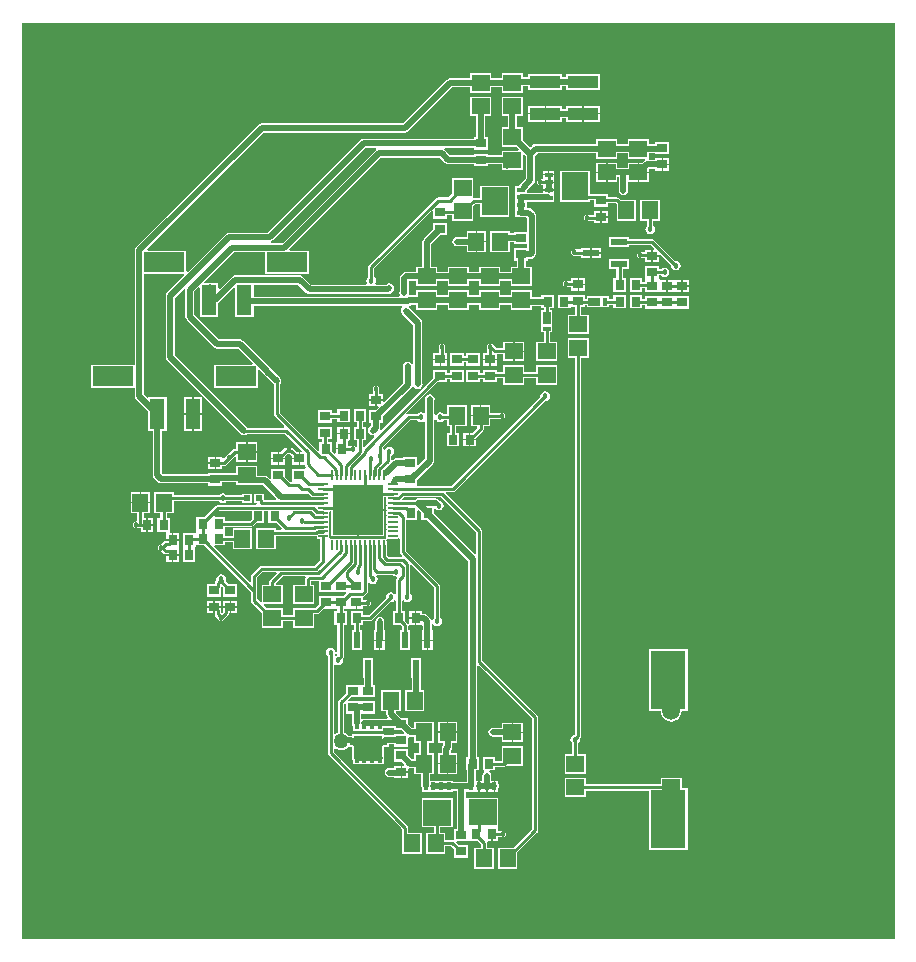
<source format=gtl>
G04*
G04 #@! TF.GenerationSoftware,Altium Limited,Altium Designer,21.5.1 (32)*
G04*
G04 Layer_Physical_Order=1*
G04 Layer_Color=255*
%FSLAX25Y25*%
%MOIN*%
G70*
G04*
G04 #@! TF.SameCoordinates,64746D64-8A43-43D4-A90E-1700155CBDCF*
G04*
G04*
G04 #@! TF.FilePolarity,Positive*
G04*
G01*
G75*
%ADD13C,0.00500*%
%ADD14C,0.01000*%
%ADD46R,0.01575X0.01181*%
%ADD47R,0.09646X0.07795*%
%ADD48R,0.01496X0.01693*%
%ADD49R,0.01378X0.01968*%
%ADD50R,0.16535X0.16535*%
G04:AMPARAMS|DCode=51|XSize=31.89mil|YSize=8.66mil|CornerRadius=1.08mil|HoleSize=0mil|Usage=FLASHONLY|Rotation=0.000|XOffset=0mil|YOffset=0mil|HoleType=Round|Shape=RoundedRectangle|*
%AMROUNDEDRECTD51*
21,1,0.03189,0.00650,0,0,0.0*
21,1,0.02972,0.00866,0,0,0.0*
1,1,0.00217,0.01486,-0.00325*
1,1,0.00217,-0.01486,-0.00325*
1,1,0.00217,-0.01486,0.00325*
1,1,0.00217,0.01486,0.00325*
%
%ADD51ROUNDEDRECTD51*%
G04:AMPARAMS|DCode=52|XSize=31.89mil|YSize=8.66mil|CornerRadius=1.08mil|HoleSize=0mil|Usage=FLASHONLY|Rotation=90.000|XOffset=0mil|YOffset=0mil|HoleType=Round|Shape=RoundedRectangle|*
%AMROUNDEDRECTD52*
21,1,0.03189,0.00650,0,0,90.0*
21,1,0.02972,0.00866,0,0,90.0*
1,1,0.00217,0.00325,0.01486*
1,1,0.00217,0.00325,-0.01486*
1,1,0.00217,-0.00325,-0.01486*
1,1,0.00217,-0.00325,0.01486*
%
%ADD52ROUNDEDRECTD52*%
%ADD53R,0.01654X0.02756*%
%ADD54R,0.09331X0.08858*%
%ADD55R,0.02756X0.01654*%
%ADD56R,0.08858X0.09331*%
%ADD57R,0.13583X0.06693*%
%ADD58R,0.05118X0.10236*%
%ADD59R,0.01516X0.02717*%
%ADD60R,0.04075X0.02717*%
%ADD61R,0.02717X0.01516*%
%ADD62R,0.02717X0.04075*%
%ADD63R,0.10236X0.04331*%
%ADD64R,0.03150X0.03543*%
%ADD65R,0.05512X0.05906*%
%ADD66R,0.03543X0.03150*%
%ADD67R,0.02362X0.01968*%
%ADD68R,0.05906X0.05512*%
%ADD69R,0.11811X0.19685*%
%ADD70R,0.02362X0.05709*%
%ADD71R,0.05709X0.02362*%
%ADD72C,0.02000*%
%ADD73R,0.05906X0.05906*%
%ADD74C,0.05906*%
%ADD75C,0.05000*%
%ADD76C,0.01800*%
G36*
X579980Y162020D02*
X289020D01*
X289020Y467480D01*
X579980D01*
X579980Y162020D01*
D02*
G37*
%LPC*%
G36*
X455953Y450693D02*
X449048D01*
Y448966D01*
X445453D01*
Y450693D01*
X438547D01*
Y448966D01*
X431780D01*
X431195Y448850D01*
X430699Y448518D01*
X416085Y433905D01*
X368944D01*
X368359Y433788D01*
X367863Y433457D01*
X327156Y392750D01*
X326825Y392254D01*
X326709Y391669D01*
Y353907D01*
X326618Y353445D01*
X326208Y353445D01*
X312035D01*
Y345752D01*
X326208D01*
X326618Y345752D01*
X326709Y345289D01*
Y342951D01*
X326825Y342366D01*
X327156Y341870D01*
X331130Y337896D01*
Y331382D01*
X332660D01*
Y316672D01*
X332776Y316086D01*
X333107Y315590D01*
X334279Y314419D01*
X334775Y314087D01*
X335361Y313971D01*
X351228D01*
Y313169D01*
X355772D01*
Y314289D01*
X360547D01*
Y313307D01*
X367453D01*
Y313380D01*
X369319D01*
X373856Y308844D01*
X373664Y308382D01*
X369780D01*
X369745Y308556D01*
X369650Y308699D01*
Y310484D01*
X366287D01*
Y307516D01*
X367342D01*
X367462Y307277D01*
X367146Y306791D01*
X354319D01*
X353929Y306714D01*
X353598Y306493D01*
X349877Y302772D01*
X347169D01*
Y298228D01*
X347169D01*
Y297772D01*
X346926Y297373D01*
X346831Y297272D01*
X342681D01*
Y292728D01*
X342681D01*
Y292272D01*
X342681D01*
Y287728D01*
X346831D01*
Y292272D01*
X346831D01*
Y292728D01*
X347074Y293127D01*
X347169Y293228D01*
X349877D01*
X365480Y277625D01*
Y274866D01*
X365558Y274476D01*
X365779Y274145D01*
X369047Y270877D01*
Y265807D01*
X375953D01*
Y268043D01*
X379547D01*
Y265807D01*
X386453D01*
Y270299D01*
X387378D01*
X387768Y270377D01*
X388099Y270598D01*
X389670Y272169D01*
X392771D01*
Y272169D01*
X393228Y272169D01*
Y272169D01*
X394224D01*
Y271272D01*
X393169D01*
Y266728D01*
X394224D01*
Y256603D01*
X393764Y256464D01*
X393434Y256794D01*
X393492Y256882D01*
X393615Y257500D01*
X393492Y258118D01*
X393142Y258642D01*
X392618Y258992D01*
X392000Y259115D01*
X391382Y258992D01*
X390858Y258642D01*
X390508Y258118D01*
X390385Y257500D01*
X390508Y256882D01*
X390858Y256358D01*
X390980Y256276D01*
Y224000D01*
X391058Y223610D01*
X391279Y223279D01*
X415788Y198771D01*
Y196256D01*
X415807Y196157D01*
Y190547D01*
X422319D01*
Y197453D01*
X417827D01*
Y199193D01*
X417749Y199583D01*
X417528Y199914D01*
X393020Y224422D01*
Y225527D01*
X393520Y225738D01*
X393987Y225379D01*
X394717Y225077D01*
X395500Y224974D01*
X396283Y225077D01*
X397013Y225379D01*
X397640Y225860D01*
X397801Y226071D01*
X398955D01*
X399177Y225849D01*
Y223036D01*
X399073Y222512D01*
X399177Y221988D01*
Y221602D01*
X399374D01*
Y220421D01*
X409626D01*
Y221602D01*
X409823D01*
Y226071D01*
X411319D01*
Y226888D01*
X413228D01*
Y226169D01*
X417772D01*
Y229096D01*
X418272Y229507D01*
X418453Y229471D01*
X419807D01*
Y227547D01*
X421534D01*
Y223953D01*
X419807D01*
Y222029D01*
X419086D01*
X417772Y223344D01*
Y225331D01*
X413228D01*
Y221181D01*
X415609D01*
X416509Y220281D01*
X416318Y219819D01*
X415750D01*
Y217994D01*
X417772D01*
Y218596D01*
X418272Y219007D01*
X418453Y218971D01*
X419807D01*
Y217047D01*
X422132D01*
Y212906D01*
X422248Y212320D01*
X422335Y212191D01*
Y211028D01*
X430012D01*
Y211028D01*
X432665D01*
Y211423D01*
X433971D01*
Y198831D01*
X433228D01*
Y195303D01*
X432728Y194984D01*
X432547Y195020D01*
X430193D01*
Y197453D01*
X428519D01*
Y199216D01*
X432665D01*
Y209075D01*
X422335D01*
Y199216D01*
X426480D01*
Y197453D01*
X423681D01*
Y190547D01*
X430193D01*
Y192980D01*
X432125D01*
X433228Y191877D01*
Y189169D01*
X437772D01*
Y193319D01*
X434670D01*
X433770Y194219D01*
X433961Y194681D01*
X437689D01*
X437772Y194681D01*
X438252Y194728D01*
X440877D01*
X442043Y193562D01*
Y192453D01*
X439807D01*
Y185547D01*
X446319D01*
Y192453D01*
X444083D01*
Y193984D01*
X444034Y194228D01*
X444265Y194627D01*
X444370Y194728D01*
X445506D01*
Y197000D01*
X446006D01*
Y194728D01*
X447831D01*
Y195980D01*
X449500D01*
X449890Y196058D01*
X450221Y196279D01*
X450442Y196610D01*
X450520Y197000D01*
X450442Y197390D01*
X450221Y197721D01*
X449890Y197942D01*
X449500Y198020D01*
X447831D01*
Y198834D01*
X447886Y199311D01*
X447886Y199311D01*
X447886Y199311D01*
Y209169D01*
X437555D01*
Y199554D01*
X437172Y199086D01*
X437153Y199074D01*
X437029Y199080D01*
Y211423D01*
X437555D01*
Y211122D01*
X441191D01*
Y213000D01*
Y214878D01*
X440411D01*
Y218228D01*
X441319D01*
Y222772D01*
X440773D01*
Y253078D01*
X441273Y253285D01*
X458980Y235578D01*
Y198682D01*
X452751Y192453D01*
X447681D01*
Y185547D01*
X454193D01*
Y191011D01*
X460721Y197539D01*
X460942Y197870D01*
X461020Y198260D01*
Y236000D01*
X460942Y236390D01*
X460721Y236721D01*
X442520Y254922D01*
Y298000D01*
X442442Y298390D01*
X442221Y298721D01*
X430337Y310605D01*
X430528Y311067D01*
X432587D01*
X432977Y311145D01*
X433308Y311366D01*
X463355Y341413D01*
X463500Y341385D01*
X464118Y341508D01*
X464642Y341858D01*
X464992Y342382D01*
X465115Y343000D01*
X464992Y343618D01*
X464642Y344142D01*
X464118Y344492D01*
X463500Y344615D01*
X462882Y344492D01*
X462358Y344142D01*
X462008Y343618D01*
X461885Y343000D01*
X461913Y342855D01*
X432164Y313106D01*
X421246D01*
X420772Y313169D01*
Y315156D01*
X426081Y320466D01*
X426413Y320962D01*
X426529Y321547D01*
Y335069D01*
X426993Y335354D01*
X427029Y335349D01*
X427358Y334858D01*
X427882Y334508D01*
X428500Y334385D01*
X429118Y334508D01*
X429642Y334858D01*
X429724Y334980D01*
X430807D01*
Y333047D01*
X431724D01*
Y330772D01*
X430669D01*
Y326228D01*
X434819D01*
Y330772D01*
X433764D01*
Y333047D01*
X437319D01*
Y339953D01*
X430807D01*
Y337020D01*
X429724D01*
X429642Y337142D01*
X429118Y337492D01*
X428500Y337615D01*
X427882Y337492D01*
X427358Y337142D01*
X427029Y336651D01*
X426993Y336646D01*
X426529Y336931D01*
Y341568D01*
X426615Y342000D01*
X426492Y342618D01*
X426142Y343142D01*
X425618Y343492D01*
X425000Y343615D01*
X424382Y343492D01*
X423858Y343142D01*
X423508Y342618D01*
X423385Y342000D01*
X423471Y341568D01*
Y337482D01*
X422971Y337257D01*
X422618Y337492D01*
X422000Y337615D01*
X421382Y337492D01*
X420858Y337142D01*
X420776Y337020D01*
X418000D01*
X417610Y336942D01*
X417553Y336904D01*
X417234Y337293D01*
X427611Y347669D01*
X430772D01*
Y348724D01*
X431728D01*
Y347669D01*
X436272D01*
Y351819D01*
X431728D01*
Y350764D01*
X430772D01*
Y351819D01*
X426228D01*
Y349170D01*
X408910Y331852D01*
X408450Y332099D01*
X408530Y332500D01*
Y334169D01*
X409272D01*
Y336156D01*
X418681Y345566D01*
X419013Y346062D01*
X419048Y346238D01*
X419195Y346284D01*
X419568Y346291D01*
X419858Y345858D01*
X420382Y345508D01*
X421000Y345385D01*
X421618Y345508D01*
X422142Y345858D01*
X422492Y346382D01*
X422615Y347000D01*
X422529Y347432D01*
Y367500D01*
X422413Y368085D01*
X422081Y368581D01*
X418387Y372276D01*
X418142Y372642D01*
X418135Y372647D01*
X418240Y373178D01*
X418287Y373187D01*
X418783Y373519D01*
X418785Y373521D01*
X420547D01*
Y371807D01*
X427453D01*
Y373534D01*
X431047D01*
Y371807D01*
X437953D01*
Y373534D01*
X441547D01*
Y371807D01*
X448453D01*
Y373534D01*
X452047D01*
Y371807D01*
X458953D01*
Y372971D01*
X462169D01*
Y372228D01*
X462980D01*
Y371628D01*
X462142D01*
Y366553D01*
Y364242D01*
X462980D01*
Y361193D01*
X460547D01*
Y354681D01*
X467453D01*
Y361193D01*
X465020D01*
Y364242D01*
X465858D01*
Y366553D01*
Y371628D01*
X465020D01*
Y372228D01*
X466319D01*
Y376772D01*
X462169D01*
Y376029D01*
X458953D01*
Y378319D01*
X452047D01*
Y376592D01*
X448453D01*
Y378319D01*
X441547D01*
Y376592D01*
X437953D01*
Y378319D01*
X431047D01*
Y376592D01*
X427453D01*
Y378319D01*
X420547D01*
Y376579D01*
X418392D01*
X418289Y376657D01*
X418048Y376988D01*
X418029Y377065D01*
X418115Y377500D01*
X418029Y377932D01*
Y381408D01*
X420547D01*
Y379681D01*
X427453D01*
Y381471D01*
X431047D01*
Y379681D01*
X437953D01*
Y381408D01*
X441547D01*
Y379681D01*
X448453D01*
Y381408D01*
X452047D01*
Y379681D01*
X458953D01*
Y386193D01*
X457029D01*
Y388169D01*
X457772D01*
Y388715D01*
X458414D01*
X458999Y388831D01*
X459496Y389163D01*
X460081Y389748D01*
X460413Y390245D01*
X460529Y390830D01*
Y403000D01*
X460413Y403585D01*
X460081Y404081D01*
X458920Y405243D01*
X458424Y405574D01*
X457839Y405691D01*
X457283D01*
Y407691D01*
X464535D01*
X465121Y407807D01*
X465161Y407835D01*
X466472D01*
Y410394D01*
Y411471D01*
X464595D01*
X462716D01*
Y410750D01*
X457283D01*
Y411581D01*
X457365Y411635D01*
X459581Y413852D01*
X459913Y414348D01*
X460029Y414933D01*
Y423000D01*
X460937Y423908D01*
X480547D01*
Y422181D01*
X487453D01*
Y423908D01*
X491047D01*
Y422181D01*
X496864D01*
X496913Y421681D01*
X496793Y421657D01*
X496297Y421326D01*
X495790Y420819D01*
X494750D01*
Y417813D01*
X497953D01*
Y418656D01*
X498012Y418715D01*
X500228D01*
Y418169D01*
X502250D01*
Y420244D01*
Y422319D01*
X500228D01*
Y421774D01*
X498176D01*
X497953Y422181D01*
X497953Y422274D01*
Y423908D01*
X500228D01*
Y423681D01*
X504772D01*
Y427831D01*
X500228D01*
Y426966D01*
X497953D01*
Y428693D01*
X491047D01*
Y426966D01*
X487453D01*
Y428693D01*
X480547D01*
Y426966D01*
X460735D01*
X460303Y427052D01*
X459685Y426929D01*
X459161Y426579D01*
X458916Y426213D01*
X458500Y425797D01*
X455953Y428344D01*
Y432693D01*
X454029D01*
Y436307D01*
X455953D01*
Y442819D01*
X449048D01*
Y436307D01*
X450971D01*
Y432693D01*
X449047D01*
Y426181D01*
X453790D01*
X454690Y425281D01*
X454499Y424819D01*
X449047D01*
Y423273D01*
X444272D01*
Y423819D01*
X439728D01*
Y423273D01*
X431835D01*
X430027Y425081D01*
X429810Y425226D01*
X429961Y425726D01*
X439728D01*
Y425181D01*
X444272D01*
Y429331D01*
X443529D01*
Y436307D01*
X445453D01*
Y442819D01*
X438547D01*
Y436307D01*
X440471D01*
Y429331D01*
X439728D01*
Y428785D01*
X402913D01*
X402327Y428669D01*
X401831Y428337D01*
X371023Y397529D01*
X358000D01*
X357415Y397413D01*
X356919Y397081D01*
X344283Y384445D01*
X343821Y384637D01*
Y391547D01*
X330933D01*
X330741Y392009D01*
X369578Y430846D01*
X416718D01*
X417304Y430962D01*
X417800Y431294D01*
X432414Y445908D01*
X438547D01*
Y444181D01*
X445453D01*
Y445908D01*
X449048D01*
Y444181D01*
X455953D01*
Y446286D01*
X457882D01*
Y445150D01*
X469118D01*
Y446286D01*
X470382D01*
Y445150D01*
X481618D01*
Y450480D01*
X470382D01*
Y449344D01*
X469118D01*
Y450480D01*
X457882D01*
Y449344D01*
X455953D01*
Y450693D01*
D02*
G37*
G36*
X475750Y439850D02*
X470382D01*
Y438714D01*
X469118D01*
Y439850D01*
X463750D01*
Y437185D01*
Y434520D01*
X469118D01*
Y435656D01*
X470382D01*
Y434520D01*
X475750D01*
Y437185D01*
Y439850D01*
D02*
G37*
G36*
X481618D02*
X476250D01*
Y437435D01*
X481618D01*
Y439850D01*
D02*
G37*
G36*
X463250D02*
X457882D01*
Y437435D01*
X463250D01*
Y439850D01*
D02*
G37*
G36*
X481618Y436935D02*
X476250D01*
Y434520D01*
X481618D01*
Y436935D01*
D02*
G37*
G36*
X463250D02*
X457882D01*
Y434520D01*
X463250D01*
Y436935D01*
D02*
G37*
G36*
X504772Y422319D02*
X502750D01*
Y420494D01*
X504772D01*
Y422319D01*
D02*
G37*
G36*
X494250Y420819D02*
X491047D01*
Y419092D01*
X487453D01*
Y420819D01*
X484250D01*
Y417563D01*
Y414307D01*
X487453D01*
Y416034D01*
X487971D01*
Y411500D01*
X488087Y410915D01*
X488419Y410419D01*
X488915Y410087D01*
X489500Y409971D01*
X490085Y410087D01*
X490581Y410419D01*
X490913Y410915D01*
X491029Y411500D01*
Y413814D01*
X491047Y414307D01*
X494250D01*
Y417563D01*
Y420819D01*
D02*
G37*
G36*
X504772Y419994D02*
X502750D01*
Y418169D01*
X504772D01*
Y419994D01*
D02*
G37*
G36*
X483750Y420819D02*
X480547D01*
Y417813D01*
X483750D01*
Y420819D01*
D02*
G37*
G36*
X466472Y418165D02*
X464845D01*
Y417089D01*
X466472D01*
Y418165D01*
D02*
G37*
G36*
X464345D02*
X462716D01*
Y417089D01*
X464345D01*
Y418165D01*
D02*
G37*
G36*
X466472Y416589D02*
X464595D01*
X462716D01*
Y415606D01*
X462716D01*
Y415346D01*
X461918D01*
X461684Y415392D01*
X461293Y415315D01*
X460963Y415094D01*
X460742Y414763D01*
X460664Y414373D01*
X460742Y413982D01*
X460963Y413652D01*
X461009Y413605D01*
X461340Y413384D01*
X461730Y413307D01*
X462716D01*
Y411971D01*
X464595D01*
X466472D01*
Y412953D01*
Y414030D01*
X464594D01*
Y414530D01*
X466472D01*
Y415512D01*
X466472D01*
Y416589D01*
D02*
G37*
G36*
X497953Y417313D02*
X494750D01*
Y414307D01*
X497953D01*
Y417313D01*
D02*
G37*
G36*
X483750D02*
X480547D01*
Y414307D01*
X483750D01*
Y417313D01*
D02*
G37*
G36*
X484272Y404819D02*
X482250D01*
Y402994D01*
X484272D01*
Y404819D01*
D02*
G37*
G36*
X478284Y418165D02*
X468425D01*
Y407835D01*
X478284D01*
Y408311D01*
X479728D01*
Y406181D01*
X484272D01*
Y407236D01*
X487082D01*
X487307Y407011D01*
Y401547D01*
X493819D01*
Y408453D01*
X488749D01*
X488225Y408977D01*
X487894Y409198D01*
X487504Y409276D01*
X484272D01*
Y410331D01*
X481024D01*
X480925Y410350D01*
X478284D01*
Y418165D01*
D02*
G37*
G36*
X484272Y402494D02*
X482250D01*
Y400669D01*
X484272D01*
Y402494D01*
D02*
G37*
G36*
X481750Y404819D02*
X479728D01*
Y403520D01*
X477500D01*
X477110Y403442D01*
X476779Y403221D01*
X476558Y402890D01*
X476480Y402500D01*
X476558Y402110D01*
X476779Y401779D01*
X477110Y401558D01*
X477500Y401480D01*
X479728D01*
Y400669D01*
X481750D01*
Y402744D01*
Y404819D01*
D02*
G37*
G36*
X501693Y408453D02*
X495181D01*
Y401547D01*
X497417D01*
Y399787D01*
X497295Y399705D01*
X496945Y399181D01*
X496822Y398563D01*
X496945Y397945D01*
X497295Y397421D01*
X497819Y397071D01*
X498437Y396948D01*
X499055Y397071D01*
X499579Y397421D01*
X499929Y397945D01*
X500052Y398563D01*
X499929Y399181D01*
X499579Y399705D01*
X499457Y399787D01*
Y401547D01*
X501693D01*
Y408453D01*
D02*
G37*
G36*
X478498Y392421D02*
X475394D01*
Y391890D01*
X473468D01*
X473390Y391942D01*
X473000Y392020D01*
X472610Y391942D01*
X472279Y391721D01*
X472058Y391390D01*
X471980Y391000D01*
X472058Y390610D01*
X472279Y390279D01*
X472409Y390149D01*
X472740Y389928D01*
X473130Y389850D01*
X475394D01*
Y389059D01*
X478498D01*
Y390740D01*
Y392421D01*
D02*
G37*
G36*
X482102D02*
X478998D01*
Y390990D01*
X482102D01*
Y392421D01*
D02*
G37*
G36*
Y390490D02*
X478998D01*
Y389059D01*
X482102D01*
Y390490D01*
D02*
G37*
G36*
X501272Y389506D02*
X499250D01*
Y387681D01*
X501272D01*
Y389506D01*
D02*
G37*
G36*
X498750Y391831D02*
X496728D01*
Y391020D01*
X495000D01*
X494610Y390942D01*
X494279Y390721D01*
X494058Y390390D01*
X493980Y390000D01*
X494058Y389610D01*
X494279Y389279D01*
X494610Y389058D01*
X495000Y388980D01*
X496728D01*
Y387681D01*
X498750D01*
Y389756D01*
Y391831D01*
D02*
G37*
G36*
X491354Y396162D02*
X484646D01*
Y392799D01*
X491354D01*
Y393461D01*
X498614D01*
X499782Y392292D01*
X499591Y391831D01*
X499250D01*
Y390006D01*
X501272D01*
Y390150D01*
X501734Y390341D01*
X505413Y386661D01*
X505385Y386516D01*
X505508Y385898D01*
X505858Y385374D01*
X506382Y385024D01*
X507000Y384901D01*
X507618Y385024D01*
X508142Y385374D01*
X508492Y385898D01*
X508615Y386516D01*
X508492Y387135D01*
X508142Y387659D01*
X507618Y388009D01*
X507000Y388132D01*
X506855Y388103D01*
X499757Y395201D01*
X499426Y395422D01*
X499036Y395500D01*
X491354D01*
Y396162D01*
D02*
G37*
G36*
X501272Y386319D02*
X496728D01*
Y382169D01*
X496728D01*
Y381831D01*
X496728D01*
Y381020D01*
X495831D01*
Y382272D01*
X491681D01*
Y377728D01*
X495831D01*
Y378980D01*
X496728D01*
Y377681D01*
X501228D01*
X501272Y377681D01*
X501728D01*
X501772Y377681D01*
X503750D01*
Y379756D01*
Y381831D01*
X501772D01*
X501728Y381831D01*
X501631D01*
X501272Y382331D01*
Y383224D01*
X502020D01*
X502102Y383102D01*
X502626Y382752D01*
X503244Y382629D01*
X503862Y382752D01*
X504386Y383102D01*
X504736Y383626D01*
X504859Y384244D01*
X504736Y384862D01*
X504386Y385386D01*
X503862Y385736D01*
X503244Y385859D01*
X502626Y385736D01*
X502102Y385386D01*
X502020Y385264D01*
X501272D01*
Y386319D01*
D02*
G37*
G36*
X506272Y381831D02*
Y381831D01*
X504250D01*
Y379756D01*
Y377681D01*
X506272D01*
Y377681D01*
X506728D01*
Y377681D01*
X508750D01*
Y379756D01*
Y381831D01*
X506728D01*
Y381831D01*
X506272D01*
D02*
G37*
G36*
X476772Y382331D02*
X474750D01*
Y380506D01*
X476772D01*
Y382331D01*
D02*
G37*
G36*
X511272Y381831D02*
X509250D01*
Y380006D01*
X511272D01*
Y381831D01*
D02*
G37*
G36*
X476772Y380006D02*
X474750D01*
Y378181D01*
X476772D01*
Y380006D01*
D02*
G37*
G36*
X474250Y382331D02*
X472228D01*
Y381520D01*
X470500D01*
X470110Y381442D01*
X469779Y381221D01*
X469558Y380890D01*
X469480Y380500D01*
X469558Y380110D01*
X469779Y379779D01*
X470110Y379558D01*
X470500Y379480D01*
X472228D01*
Y378181D01*
X474250D01*
Y380256D01*
Y382331D01*
D02*
G37*
G36*
X491354Y388681D02*
X484646D01*
Y385319D01*
X487224D01*
Y382272D01*
X486169D01*
Y377728D01*
X490319D01*
Y382272D01*
X489264D01*
Y385319D01*
X491354D01*
Y388681D01*
D02*
G37*
G36*
X511272Y379506D02*
X509250D01*
Y377681D01*
X511272D01*
Y379506D01*
D02*
G37*
G36*
X472228Y376819D02*
X471831Y376772D01*
X471831Y376772D01*
X467681D01*
Y372228D01*
X471831D01*
Y372423D01*
X472228Y372669D01*
X473480D01*
Y370193D01*
X471047D01*
Y363681D01*
X477953D01*
Y370193D01*
X475520D01*
Y372669D01*
X476772D01*
Y373480D01*
X477372D01*
Y372642D01*
X484758D01*
Y373480D01*
X486169D01*
Y372228D01*
X490319D01*
Y376772D01*
X486169D01*
Y375520D01*
X484758D01*
Y376358D01*
X477372D01*
Y375520D01*
X476772D01*
Y376819D01*
X472311D01*
X472228Y376819D01*
D02*
G37*
G36*
X495831Y376772D02*
X491681D01*
Y372228D01*
X495831D01*
Y373480D01*
X496728D01*
Y372169D01*
X501272D01*
Y372169D01*
X501728D01*
Y372169D01*
X506272D01*
Y372169D01*
X506728D01*
Y372169D01*
X511272D01*
Y376319D01*
X506728D01*
Y376319D01*
X506272D01*
Y376319D01*
X501728D01*
Y376319D01*
X501272D01*
Y376319D01*
X496728D01*
Y375520D01*
X495831D01*
Y376772D01*
D02*
G37*
G36*
X452750Y361193D02*
X449547D01*
Y358957D01*
X447202D01*
X445937Y360221D01*
X445607Y360442D01*
X445217Y360520D01*
X445000D01*
X444610Y360442D01*
X444279Y360221D01*
X444058Y359890D01*
X443980Y359500D01*
Y357331D01*
X442728D01*
Y355506D01*
X447272D01*
Y356917D01*
X449547D01*
Y354681D01*
X452750D01*
Y357937D01*
Y361193D01*
D02*
G37*
G36*
X456453D02*
X453250D01*
Y358187D01*
X456453D01*
Y361193D01*
D02*
G37*
G36*
X429000Y360520D02*
X428610Y360442D01*
X428279Y360221D01*
X428058Y359890D01*
X427980Y359500D01*
Y357331D01*
X426228D01*
Y355506D01*
X430772D01*
Y357331D01*
X430020D01*
Y359500D01*
X429942Y359890D01*
X429721Y360221D01*
X429390Y360442D01*
X429000Y360520D01*
D02*
G37*
G36*
X456453Y357687D02*
X453250D01*
Y354681D01*
X456453D01*
Y357687D01*
D02*
G37*
G36*
X436272Y357331D02*
X431728D01*
Y353181D01*
X436272D01*
Y354236D01*
X437228D01*
Y353181D01*
X441772D01*
Y357331D01*
X437228D01*
Y356276D01*
X436272D01*
Y357331D01*
D02*
G37*
G36*
X447272Y355006D02*
X445250D01*
Y353181D01*
X447272D01*
Y355006D01*
D02*
G37*
G36*
X444750D02*
X442728D01*
Y353181D01*
X444750D01*
Y355006D01*
D02*
G37*
G36*
X430772Y355006D02*
X428750D01*
Y353181D01*
X430772D01*
Y355006D01*
D02*
G37*
G36*
X428250D02*
X426228D01*
Y353181D01*
X428250D01*
Y355006D01*
D02*
G37*
G36*
X456453Y353319D02*
X449547D01*
Y351083D01*
X447272D01*
Y351819D01*
X442728D01*
Y350764D01*
X441772D01*
Y351819D01*
X437228D01*
Y347669D01*
X441772D01*
Y348724D01*
X442728D01*
Y347669D01*
X447272D01*
Y349043D01*
X449547D01*
Y346807D01*
X456453D01*
Y349043D01*
X460547D01*
Y346807D01*
X467453D01*
Y353319D01*
X460547D01*
Y351083D01*
X456453D01*
Y353319D01*
D02*
G37*
G36*
X441687Y339953D02*
X438681D01*
Y336750D01*
X441687D01*
Y339953D01*
D02*
G37*
G36*
X445193D02*
X442187D01*
Y336500D01*
X441937D01*
Y336250D01*
X438681D01*
Y333047D01*
X440781D01*
X440861Y332547D01*
X439085Y330772D01*
X438506D01*
Y328750D01*
X440331D01*
Y329133D01*
X442658Y331460D01*
X442879Y331791D01*
X442957Y332181D01*
Y333047D01*
X445193D01*
Y335480D01*
X449000D01*
X449390Y335558D01*
X449721Y335779D01*
X449942Y336110D01*
X450020Y336500D01*
X449942Y336890D01*
X449721Y337221D01*
X449390Y337442D01*
X449000Y337520D01*
X445193D01*
Y339953D01*
D02*
G37*
G36*
X438006Y330772D02*
X436181D01*
Y328750D01*
X438006D01*
Y330772D01*
D02*
G37*
G36*
X440331Y328250D02*
X438506D01*
Y326228D01*
X440331D01*
Y328250D01*
D02*
G37*
G36*
X438006D02*
X436181D01*
Y326228D01*
X438006D01*
Y328250D01*
D02*
G37*
G36*
X331819Y310953D02*
X328813D01*
Y307750D01*
X331819D01*
Y310953D01*
D02*
G37*
G36*
X328313D02*
X325307D01*
Y307750D01*
X328313D01*
Y310953D01*
D02*
G37*
G36*
X339693D02*
X333181D01*
Y304047D01*
X335236D01*
Y302272D01*
X334181D01*
Y297728D01*
X337065D01*
X337169Y297272D01*
X337169Y297228D01*
Y295250D01*
X338994D01*
Y297272D01*
X338435D01*
X338331Y297728D01*
X338331Y297772D01*
Y302272D01*
X337276D01*
Y304047D01*
X339693D01*
Y307980D01*
X354776D01*
X354858Y307858D01*
X355382Y307508D01*
X356000Y307385D01*
X356618Y307508D01*
X357142Y307858D01*
X357224Y307980D01*
X362351D01*
Y307516D01*
X365713D01*
Y310484D01*
X362351D01*
Y310020D01*
X357224D01*
X357142Y310142D01*
X356618Y310492D01*
X356000Y310615D01*
X355382Y310492D01*
X354858Y310142D01*
X354776Y310020D01*
X339693D01*
Y310953D01*
D02*
G37*
G36*
X331819Y307250D02*
X328563D01*
X325307D01*
Y304047D01*
X327543D01*
Y301612D01*
X327043Y301227D01*
X327000Y301236D01*
X326610Y301158D01*
X326279Y300937D01*
X326058Y300607D01*
X325980Y300217D01*
Y300000D01*
X326058Y299610D01*
X326279Y299279D01*
X326610Y299058D01*
X327000Y298980D01*
X328669D01*
Y297728D01*
X330494D01*
Y300000D01*
Y302272D01*
X329583D01*
Y304047D01*
X331819D01*
Y307250D01*
D02*
G37*
G36*
X332819Y302272D02*
X330994D01*
Y300250D01*
X332819D01*
Y302272D01*
D02*
G37*
G36*
Y299750D02*
X330994D01*
Y297728D01*
X332819D01*
Y299750D01*
D02*
G37*
G36*
X341319Y297272D02*
X339494D01*
Y295250D01*
X341319D01*
Y297272D01*
D02*
G37*
G36*
Y294750D02*
X339244D01*
X337169D01*
Y294748D01*
X336945D01*
X336555Y294670D01*
X336224Y294449D01*
X335243Y293468D01*
X335110Y293442D01*
X334779Y293221D01*
X334558Y292890D01*
X334480Y292500D01*
X334558Y292110D01*
X334779Y291779D01*
X335110Y291558D01*
X335243Y291531D01*
X336224Y290551D01*
X336555Y290330D01*
X336945Y290252D01*
X337169D01*
Y290250D01*
X339244D01*
X341319D01*
Y292272D01*
X341319D01*
Y292728D01*
X341319D01*
Y294750D01*
D02*
G37*
G36*
Y289750D02*
X339494D01*
Y287728D01*
X341319D01*
Y289750D01*
D02*
G37*
G36*
X338994D02*
X337169D01*
Y287728D01*
X338994D01*
Y289750D01*
D02*
G37*
G36*
X355500Y283615D02*
X354882Y283492D01*
X354358Y283142D01*
X354008Y282618D01*
X353885Y282000D01*
X353949Y281675D01*
X353551Y281276D01*
X353330Y280945D01*
X353252Y280555D01*
Y280331D01*
X350728D01*
Y276181D01*
X355272D01*
Y279232D01*
X355289Y279318D01*
X355472Y279444D01*
X355753Y279561D01*
X356228Y279085D01*
Y276181D01*
X360772D01*
Y280331D01*
X357867D01*
X356922Y281276D01*
X356992Y281382D01*
X357115Y282000D01*
X356992Y282618D01*
X356642Y283142D01*
X356118Y283492D01*
X355500Y283615D01*
D02*
G37*
G36*
X355272Y274819D02*
X353250D01*
Y272994D01*
X355272D01*
Y274819D01*
D02*
G37*
G36*
X352750D02*
X350728D01*
Y272994D01*
X352750D01*
Y274819D01*
D02*
G37*
G36*
X360772Y274819D02*
X358750D01*
Y272994D01*
X360772D01*
Y274819D01*
D02*
G37*
G36*
X358250D02*
X356228D01*
Y272994D01*
X358250D01*
Y274819D01*
D02*
G37*
G36*
X352750Y272494D02*
X350728D01*
Y270669D01*
X352750D01*
Y272494D01*
D02*
G37*
G36*
X360772Y272494D02*
X358750D01*
Y270669D01*
X360772D01*
Y272494D01*
D02*
G37*
G36*
X355272Y272494D02*
X353250D01*
Y270669D01*
X353252D01*
Y270445D01*
X353330Y270055D01*
X353551Y269724D01*
X354532Y268743D01*
X354558Y268610D01*
X354779Y268279D01*
X355110Y268058D01*
X355500Y267980D01*
X355890Y268058D01*
X356221Y268279D01*
X357949Y270007D01*
X358170Y270338D01*
X358236Y270669D01*
X358250D01*
Y272494D01*
X356228D01*
Y271768D01*
X356209Y271669D01*
Y271151D01*
X355697Y270638D01*
X355291Y270940D01*
Y271669D01*
X355272Y271768D01*
Y272494D01*
D02*
G37*
G36*
X510961Y258775D02*
X498150D01*
Y238090D01*
X501938D01*
X502017Y238000D01*
X502136Y237099D01*
X502484Y236259D01*
X503038Y235538D01*
X503759Y234984D01*
X504599Y234636D01*
X505500Y234518D01*
X506401Y234636D01*
X507241Y234984D01*
X507963Y235538D01*
X508516Y236259D01*
X508864Y237099D01*
X508983Y238000D01*
X509062Y238090D01*
X510961D01*
Y258775D01*
D02*
G37*
G36*
X455953Y234193D02*
X452750D01*
Y231187D01*
X455953D01*
Y234193D01*
D02*
G37*
G36*
Y230687D02*
X452750D01*
Y227681D01*
X455953D01*
Y230687D01*
D02*
G37*
G36*
X452250Y234193D02*
X449047D01*
Y232529D01*
X446000D01*
X445415Y232413D01*
X444919Y232081D01*
X444587Y231585D01*
X444471Y231000D01*
X444587Y230415D01*
X444919Y229919D01*
X445415Y229587D01*
X446000Y229471D01*
X449047D01*
Y227681D01*
X452250D01*
Y230937D01*
Y234193D01*
D02*
G37*
G36*
X455953Y226319D02*
X449047D01*
Y221520D01*
X446831D01*
Y222772D01*
X442681D01*
Y218228D01*
X442987D01*
X443138Y217728D01*
X442919Y217581D01*
X442587Y217085D01*
X442471Y216500D01*
Y214878D01*
X441691D01*
Y213000D01*
Y211122D01*
X443750D01*
Y213000D01*
X444250D01*
Y211122D01*
X445232D01*
Y211122D01*
X446309D01*
Y213000D01*
Y214878D01*
X445529D01*
Y216500D01*
X445413Y217085D01*
X445081Y217581D01*
X444862Y217728D01*
X445013Y218228D01*
X446831D01*
Y219480D01*
X449740D01*
X450130Y219558D01*
X450461Y219779D01*
X450489Y219807D01*
X455953D01*
Y226319D01*
D02*
G37*
G36*
X477953Y362319D02*
X471047D01*
Y355807D01*
X473480D01*
Y230139D01*
X473446Y230105D01*
X472882Y229992D01*
X472358Y229642D01*
X472008Y229118D01*
X471885Y228500D01*
X472008Y227882D01*
X472358Y227358D01*
X472480Y227276D01*
Y223693D01*
X470047D01*
Y217181D01*
X476953D01*
Y223693D01*
X474520D01*
Y227276D01*
X474642Y227358D01*
X474992Y227882D01*
X475115Y228500D01*
X475051Y228825D01*
X475221Y228995D01*
X475442Y229326D01*
X475520Y229716D01*
Y355807D01*
X477953D01*
Y362319D01*
D02*
G37*
G36*
X417772Y217494D02*
X415750D01*
Y215669D01*
X417772D01*
Y217494D01*
D02*
G37*
G36*
X415250Y219819D02*
X413228D01*
Y219029D01*
X411500D01*
X410915Y218913D01*
X410419Y218581D01*
X410087Y218085D01*
X409971Y217500D01*
X410087Y216915D01*
X410419Y216419D01*
X410915Y216087D01*
X411500Y215971D01*
X413228D01*
Y215669D01*
X415250D01*
Y217744D01*
Y219819D01*
D02*
G37*
G36*
X508953Y215862D02*
X502047D01*
Y213583D01*
X476953D01*
Y215819D01*
X470047D01*
Y209307D01*
X476953D01*
Y211543D01*
X498150D01*
Y191634D01*
X510961D01*
Y212319D01*
X508953D01*
Y215862D01*
D02*
G37*
G36*
X447886Y214878D02*
X446809D01*
Y213000D01*
Y211122D01*
X447886D01*
Y212286D01*
X447972Y212415D01*
X448088Y213000D01*
X447972Y213585D01*
X447886Y213714D01*
Y214878D01*
D02*
G37*
%LPD*%
G36*
X456971Y423000D02*
Y415566D01*
X455202Y413798D01*
X454871Y413302D01*
X454844Y413165D01*
X453528D01*
Y410512D01*
Y407953D01*
Y405488D01*
X453528D01*
Y402835D01*
X454691D01*
X454820Y402748D01*
X455406Y402632D01*
X457205D01*
X457471Y402366D01*
Y397831D01*
X453228D01*
Y397285D01*
X451693D01*
Y397953D01*
X445181D01*
Y391047D01*
X451693D01*
Y394226D01*
X453228D01*
Y393681D01*
X457471D01*
Y392319D01*
X453228D01*
Y388169D01*
X453971D01*
Y386193D01*
X452047D01*
Y384466D01*
X448453D01*
Y386193D01*
X441547D01*
Y384466D01*
X437953D01*
Y386193D01*
X431047D01*
Y384529D01*
X427453D01*
Y386193D01*
X425529D01*
Y393808D01*
X428391Y396669D01*
X430772D01*
Y400819D01*
X426228D01*
Y398832D01*
X422919Y395522D01*
X422587Y395026D01*
X422471Y394441D01*
Y386193D01*
X420547D01*
Y384466D01*
X417086D01*
X416501Y384350D01*
X416004Y384018D01*
X415770Y383667D01*
X415419Y383433D01*
X415087Y382937D01*
X414971Y382351D01*
Y377932D01*
X414885Y377500D01*
X415008Y376882D01*
X415176Y376629D01*
X414909Y376129D01*
X366262D01*
Y380191D01*
X381168D01*
X383841Y377519D01*
X384337Y377187D01*
X384922Y377071D01*
X411100D01*
X411685Y377187D01*
X412181Y377519D01*
X412276Y377613D01*
X412642Y377858D01*
X412992Y378382D01*
X413115Y379000D01*
X412992Y379618D01*
X412642Y380142D01*
X412118Y380492D01*
X411500Y380615D01*
X410882Y380492D01*
X410358Y380142D01*
X410349Y380129D01*
X407091D01*
X406824Y380629D01*
X406992Y380882D01*
X407115Y381500D01*
X406992Y382118D01*
X406642Y382642D01*
X406520Y382724D01*
Y385594D01*
X425766Y404841D01*
X426228Y404650D01*
Y402181D01*
X430772D01*
Y403236D01*
X432547D01*
Y401307D01*
X439453D01*
Y406377D01*
X440056Y406980D01*
X441716D01*
Y402835D01*
X451575D01*
Y413165D01*
X441716D01*
Y409020D01*
X439886D01*
X439592Y409129D01*
X439453Y409493D01*
Y415693D01*
X432547D01*
Y410623D01*
X431157Y409233D01*
X427696D01*
X427306Y409155D01*
X426975Y408934D01*
X404779Y386738D01*
X404558Y386407D01*
X404480Y386017D01*
Y382724D01*
X404358Y382642D01*
X404008Y382118D01*
X403885Y381500D01*
X404008Y380882D01*
X404176Y380629D01*
X403909Y380129D01*
X385556D01*
X382883Y382802D01*
X382387Y383134D01*
X381801Y383250D01*
X360022D01*
X359437Y383134D01*
X358941Y382802D01*
X354912Y378774D01*
X354450Y378965D01*
Y380721D01*
X351785D01*
X351637Y380750D01*
X351489Y380721D01*
X350027D01*
X349836Y381183D01*
X359671Y391018D01*
X370222D01*
Y383855D01*
X384805D01*
Y391547D01*
X378364D01*
X378172Y392009D01*
X408634Y422471D01*
X428312D01*
X430120Y420663D01*
X430616Y420331D01*
X431201Y420215D01*
X439728D01*
Y419669D01*
X444272D01*
Y420215D01*
X449047D01*
Y418307D01*
X450145D01*
X450244Y418288D01*
X450343Y418307D01*
X455953D01*
Y423365D01*
X456415Y423556D01*
X456971Y423000D01*
D02*
G37*
G36*
X407135Y425226D02*
X406919Y425081D01*
X375914Y394077D01*
X372240D01*
X372191Y394577D01*
X372242Y394587D01*
X372738Y394919D01*
X403546Y425726D01*
X406984D01*
X407135Y425226D01*
D02*
G37*
G36*
X360143Y379026D02*
Y369484D01*
X366262D01*
Y373071D01*
X415599D01*
X415729Y372856D01*
X415810Y372571D01*
X415508Y372118D01*
X415385Y371500D01*
X415508Y370882D01*
X415858Y370358D01*
X416224Y370113D01*
X419471Y366866D01*
Y353952D01*
X418971Y353800D01*
X418742Y354142D01*
X418218Y354492D01*
X417600Y354615D01*
X416982Y354492D01*
X416458Y354142D01*
X416108Y353618D01*
X415985Y353000D01*
X416071Y352568D01*
Y347281D01*
X409734Y340944D01*
X409272Y341135D01*
Y341506D01*
X407250D01*
Y339681D01*
X407818D01*
X408009Y339219D01*
X407109Y338319D01*
X404728D01*
Y334169D01*
X405471D01*
Y333134D01*
X405224Y332887D01*
X404858Y332642D01*
X404508Y332118D01*
X404385Y331500D01*
X404508Y330882D01*
X404858Y330358D01*
X405382Y330008D01*
X406000Y329885D01*
X406294Y329943D01*
X406540Y329482D01*
X403237Y326179D01*
X402776Y326371D01*
Y328228D01*
X403831D01*
Y332772D01*
X402776D01*
Y334228D01*
X403831D01*
Y338772D01*
X399681D01*
Y334228D01*
X400736D01*
Y332772D01*
X399681D01*
Y328228D01*
X400736D01*
Y326065D01*
X400691Y326047D01*
X400236Y325982D01*
X400077Y326221D01*
X399746Y326442D01*
X399356Y326520D01*
X397831D01*
Y327772D01*
X397831D01*
X397935Y328228D01*
X398319D01*
Y330250D01*
X396244D01*
X394169D01*
Y328228D01*
X394169D01*
X394065Y327772D01*
X393681D01*
Y325750D01*
X395756D01*
Y325250D01*
X393681D01*
Y323961D01*
X393219Y323770D01*
X392319Y324670D01*
Y327772D01*
X391020D01*
Y328669D01*
X392272D01*
Y332819D01*
X391173D01*
X391075Y332839D01*
X390976Y332819D01*
X387728D01*
Y328669D01*
X388981D01*
Y327772D01*
X388169D01*
Y324909D01*
X387707Y324718D01*
X375020Y337406D01*
Y346877D01*
X375081Y346919D01*
X375413Y347415D01*
X375529Y348000D01*
X375413Y348585D01*
X375081Y349081D01*
X372276Y351887D01*
X372275Y351892D01*
X371943Y352388D01*
X362847Y361485D01*
X362351Y361816D01*
X361765Y361933D01*
X354730D01*
X346529Y370133D01*
Y377876D01*
X347870Y379217D01*
X348332Y379026D01*
Y369484D01*
X354450D01*
Y373998D01*
X354485Y374021D01*
X359682Y379217D01*
X360143Y379026D01*
D02*
G37*
G36*
X343493Y378623D02*
X343471Y378510D01*
Y369500D01*
X343587Y368915D01*
X343919Y368419D01*
X353015Y359322D01*
X353511Y358990D01*
X354097Y358874D01*
X361132D01*
X366099Y353907D01*
X365908Y353445D01*
X353020D01*
Y345752D01*
X367602D01*
Y351750D01*
X368064Y351941D01*
X369448Y350558D01*
X369449Y350553D01*
X369780Y350057D01*
X372919Y346919D01*
X372980Y346877D01*
Y336983D01*
X373058Y336593D01*
X373279Y336262D01*
X376522Y333020D01*
X376315Y332520D01*
X364123D01*
X364081Y332581D01*
X340029Y356633D01*
Y375867D01*
X343032Y378870D01*
X343493Y378623D01*
D02*
G37*
G36*
X420858Y334858D02*
X421382Y334508D01*
X422000Y334385D01*
X422618Y334508D01*
X422971Y334743D01*
X423471Y334518D01*
Y322181D01*
X421234Y319944D01*
X420772Y320135D01*
Y322831D01*
X416228D01*
Y322285D01*
X413756D01*
X413170Y322169D01*
X412674Y321837D01*
X412520Y321683D01*
X412020Y321890D01*
Y322988D01*
X412118Y323008D01*
X412642Y323358D01*
X412992Y323882D01*
X413115Y324500D01*
X412992Y325118D01*
X412642Y325642D01*
X412118Y325992D01*
X411500Y326115D01*
X410882Y325992D01*
X410358Y325642D01*
X410020Y325136D01*
X409982Y325128D01*
X409520Y325227D01*
Y326078D01*
X418422Y334980D01*
X420776D01*
X420858Y334858D01*
D02*
G37*
G36*
X343230Y383393D02*
X337419Y377581D01*
X337087Y377085D01*
X336971Y376500D01*
Y356000D01*
X337087Y355415D01*
X337419Y354919D01*
X349332Y343005D01*
X349012Y342618D01*
X348579Y342618D01*
X346250D01*
Y337250D01*
X349059D01*
Y342120D01*
X349059Y342571D01*
X349446Y342891D01*
X361919Y330419D01*
X362415Y330087D01*
X363000Y329971D01*
X363585Y330087D01*
X364081Y330419D01*
X364123Y330480D01*
X376594D01*
X382282Y324793D01*
X382091Y324331D01*
X381750D01*
Y322256D01*
Y320181D01*
X383263D01*
X383330Y319844D01*
X383551Y319513D01*
X383745Y319319D01*
X383538Y318819D01*
X379228D01*
Y314669D01*
X378790Y314520D01*
X378363D01*
X376772Y316111D01*
Y318819D01*
X372228D01*
Y315450D01*
X371766Y315259D01*
X371034Y315991D01*
X370538Y316322D01*
X369953Y316439D01*
X367453D01*
Y319819D01*
X360547D01*
Y317348D01*
X354075D01*
X353927Y317319D01*
X351228D01*
Y317029D01*
X335994D01*
X335718Y317305D01*
Y331382D01*
X337248D01*
Y342618D01*
X331130D01*
Y342618D01*
X330850Y342502D01*
X329767Y343585D01*
Y383855D01*
X343038D01*
X343230Y383393D01*
D02*
G37*
G36*
X440480Y297578D02*
Y290449D01*
X439980Y290242D01*
X426331Y303891D01*
Y305284D01*
X426831Y305435D01*
X426858Y305395D01*
X427382Y305045D01*
X428000Y304922D01*
X428618Y305045D01*
X429142Y305395D01*
X429492Y305919D01*
X429615Y306537D01*
X429492Y307155D01*
X429142Y307679D01*
X428618Y308029D01*
X428270Y308099D01*
X428040Y308444D01*
X427544Y308775D01*
X426958Y308892D01*
X421091D01*
X420505Y308775D01*
X420009Y308444D01*
X419968Y308382D01*
X415958D01*
X415766Y308844D01*
X416403Y309480D01*
X428578D01*
X440480Y297578D01*
D02*
G37*
G36*
X365669Y302170D02*
X365019Y301520D01*
X356831D01*
Y302772D01*
X353414D01*
X353223Y303234D01*
X354741Y304752D01*
X365669D01*
Y302170D01*
D02*
G37*
G36*
X371181Y300728D02*
X373889D01*
X375636Y298981D01*
X375444Y298520D01*
X373693D01*
Y298953D01*
X367181D01*
Y292047D01*
X373693D01*
Y296480D01*
X387169D01*
X387279Y296390D01*
Y296014D01*
X387327Y295776D01*
X387461Y295575D01*
X387662Y295441D01*
X387900Y295394D01*
X388366D01*
Y288308D01*
X386578Y286520D01*
X369000D01*
X368610Y286442D01*
X368279Y286221D01*
X365779Y283721D01*
X365558Y283390D01*
X365480Y283000D01*
Y281162D01*
X365019Y280971D01*
X353223Y292766D01*
X353414Y293228D01*
X356831D01*
Y294480D01*
X359307D01*
Y292047D01*
X365819D01*
Y298953D01*
X359307D01*
Y296520D01*
X356831D01*
Y297772D01*
X356831D01*
Y298228D01*
X356831D01*
Y299480D01*
X365441D01*
X365831Y299558D01*
X366162Y299779D01*
X367111Y300728D01*
X369819D01*
Y304752D01*
X371181D01*
Y300728D01*
D02*
G37*
G36*
X410508Y309262D02*
Y308612D01*
X410555Y308375D01*
X410676Y308150D01*
X410555Y307924D01*
X410508Y307687D01*
Y307037D01*
X410555Y306800D01*
X410676Y306575D01*
X410555Y306349D01*
X410508Y306112D01*
Y305463D01*
X410555Y305225D01*
X410676Y305000D01*
X410555Y304775D01*
X410508Y304537D01*
Y303888D01*
X410555Y303650D01*
X410676Y303425D01*
X410555Y303200D01*
X410508Y302963D01*
Y302313D01*
X410555Y302076D01*
X410676Y301850D01*
X410555Y301625D01*
X410508Y301388D01*
Y300738D01*
X410555Y300501D01*
X410676Y300276D01*
X410555Y300050D01*
X410508Y299813D01*
Y299163D01*
X410555Y298926D01*
X410676Y298701D01*
X410555Y298476D01*
X410508Y298238D01*
Y297589D01*
X410555Y297351D01*
X410676Y297126D01*
X410555Y296901D01*
X410508Y296663D01*
Y296014D01*
X410544Y295832D01*
X410374Y295626D01*
X410168Y295456D01*
X409986Y295492D01*
X409337D01*
X409099Y295445D01*
X408874Y295324D01*
X408649Y295445D01*
X408411Y295492D01*
X407762D01*
X407524Y295445D01*
X407323Y295311D01*
X407275D01*
X407074Y295445D01*
X406837Y295492D01*
X406187D01*
X405950Y295445D01*
X405749Y295311D01*
X405700D01*
X405499Y295445D01*
X405262Y295492D01*
X404612D01*
X404375Y295445D01*
X404150Y295324D01*
X403924Y295445D01*
X403687Y295492D01*
X403037D01*
X402800Y295445D01*
X402599Y295311D01*
X402551D01*
X402350Y295445D01*
X402112Y295492D01*
X401463D01*
X401225Y295445D01*
X401024Y295311D01*
X400976D01*
X400775Y295445D01*
X400537Y295492D01*
X399888D01*
X399651Y295445D01*
X399449Y295311D01*
X399401D01*
X399200Y295445D01*
X398963Y295492D01*
X398313D01*
X398076Y295445D01*
X397850Y295324D01*
X397625Y295445D01*
X397388Y295492D01*
X396738D01*
X396501Y295445D01*
X396300Y295311D01*
X396252D01*
X396050Y295445D01*
X395813Y295492D01*
X395163D01*
X394926Y295445D01*
X394725Y295311D01*
X394677D01*
X394476Y295445D01*
X394238Y295492D01*
X393589D01*
X393351Y295445D01*
X393126Y295324D01*
X392901Y295445D01*
X392663Y295492D01*
X392014D01*
X391832Y295456D01*
X391626Y295626D01*
X391456Y295832D01*
X391492Y296014D01*
Y296663D01*
X391445Y296901D01*
X391324Y297126D01*
X391445Y297351D01*
X391492Y297589D01*
Y298238D01*
X391445Y298476D01*
X391324Y298701D01*
X391445Y298926D01*
X391492Y299163D01*
Y299813D01*
X391445Y300050D01*
X391311Y300252D01*
Y300300D01*
X391445Y300501D01*
X391492Y300738D01*
Y301388D01*
X391445Y301625D01*
X391324Y301850D01*
X391445Y302076D01*
X391492Y302313D01*
Y302963D01*
X391445Y303200D01*
X391324Y303425D01*
X391445Y303650D01*
X391492Y303888D01*
Y304537D01*
X391681Y304768D01*
X392232D01*
Y296232D01*
X400750D01*
Y305000D01*
X401000D01*
Y305250D01*
X409768D01*
Y309492D01*
X410319D01*
X410508Y309262D01*
D02*
G37*
G36*
X415150Y295445D02*
Y291081D01*
X415227Y290690D01*
X415448Y290360D01*
X415789Y290020D01*
X415581Y289520D01*
X411044D01*
X410681Y289882D01*
Y293386D01*
X410606Y293761D01*
Y294872D01*
X410570Y295054D01*
X410741Y295259D01*
X410947Y295430D01*
X411128Y295394D01*
X414100D01*
X414338Y295441D01*
X414539Y295575D01*
X414650Y295741D01*
X414686Y295746D01*
X415150Y295445D01*
D02*
G37*
G36*
X383676Y282480D02*
X383558Y282304D01*
X383480Y281914D01*
Y280193D01*
X379547D01*
Y273681D01*
X386453D01*
Y280193D01*
X385520D01*
Y281480D01*
X388228D01*
Y277681D01*
X392728D01*
X393228Y277681D01*
Y277681D01*
X397039D01*
X397230Y277219D01*
X396330Y276319D01*
X393228D01*
Y276319D01*
X392771Y276319D01*
Y276319D01*
X388228D01*
Y273611D01*
X386955Y272339D01*
X385256D01*
X385157Y272319D01*
X379547D01*
Y270083D01*
X375953D01*
Y272319D01*
X370489D01*
X369589Y273219D01*
X369780Y273681D01*
X375953D01*
Y280193D01*
X373798D01*
X373635Y280693D01*
X375922Y282980D01*
X383464D01*
X383676Y282480D01*
D02*
G37*
G36*
X374077Y284018D02*
X371779Y281721D01*
X371558Y281390D01*
X371480Y281000D01*
Y280193D01*
X369047D01*
Y274414D01*
X368585Y274223D01*
X367520Y275289D01*
Y278047D01*
Y282578D01*
X369422Y284480D01*
X373885D01*
X374077Y284018D01*
D02*
G37*
G36*
X422181Y304109D02*
Y301728D01*
X424168D01*
X437715Y288182D01*
Y222772D01*
X437169D01*
Y218228D01*
X437352D01*
Y214482D01*
X432665D01*
Y214784D01*
X430106D01*
Y214784D01*
X425191D01*
Y217047D01*
X426319D01*
Y223953D01*
X424592D01*
Y227547D01*
X426319D01*
Y234453D01*
X419807D01*
Y232529D01*
X419086D01*
X417772Y233844D01*
Y235831D01*
X415391D01*
X413675Y237547D01*
X413791Y238047D01*
X415319D01*
Y244953D01*
X408807D01*
Y238047D01*
X410534D01*
Y236996D01*
X410650Y236411D01*
X410952Y235959D01*
X410887Y235686D01*
X410793Y235459D01*
X403161D01*
X402632Y235353D01*
X402476Y235391D01*
X402132Y235576D01*
Y236709D01*
X402228Y237169D01*
X406772D01*
Y241319D01*
X402228D01*
Y241319D01*
X401772Y241319D01*
Y241319D01*
X397961D01*
X397770Y241781D01*
X398670Y242681D01*
X401728D01*
X402228Y242681D01*
X402272Y242681D01*
X406772D01*
Y246831D01*
X406029D01*
Y249020D01*
X406181D01*
Y255728D01*
X402819D01*
Y249020D01*
X402971D01*
Y246831D01*
X402272D01*
X401772Y246831D01*
X401728Y246831D01*
X397228D01*
Y244123D01*
X394779Y241674D01*
X394558Y241343D01*
X394480Y240953D01*
Y230825D01*
X393987Y230621D01*
X393520Y230262D01*
X393020Y230473D01*
Y253533D01*
X393520Y253750D01*
X393882Y253508D01*
X394500Y253385D01*
X395118Y253508D01*
X395642Y253858D01*
X395992Y254382D01*
X396115Y255000D01*
X396044Y255358D01*
X396186Y255570D01*
X396264Y255960D01*
Y266728D01*
X397319D01*
Y271272D01*
X396264D01*
Y272169D01*
X397728D01*
X397772Y272169D01*
Y272169D01*
X398228D01*
Y272169D01*
X400250D01*
Y274244D01*
X400750D01*
Y272169D01*
X402772D01*
Y272980D01*
X404500D01*
X404890Y273058D01*
X405221Y273279D01*
X405442Y273610D01*
X405520Y274000D01*
X405442Y274390D01*
X405221Y274721D01*
X404890Y274942D01*
X404500Y275020D01*
X402772D01*
Y276033D01*
X402895Y276058D01*
X403226Y276279D01*
X403993Y277046D01*
X404214Y277377D01*
X404280Y277712D01*
X404304Y277748D01*
X404382Y278138D01*
Y280670D01*
X404746Y280814D01*
X404882Y280842D01*
X405382Y280508D01*
X406000Y280385D01*
X406618Y280508D01*
X407142Y280858D01*
X407492Y281382D01*
X407615Y282000D01*
X407492Y282618D01*
X407220Y283026D01*
X407435Y283452D01*
X407467Y283487D01*
X407500Y283480D01*
X412376D01*
X412458Y283358D01*
X412982Y283008D01*
X413600Y282885D01*
X413769Y282918D01*
X414013Y282483D01*
X414018Y282458D01*
X413802Y282134D01*
X413724Y281744D01*
Y277171D01*
X413224Y277019D01*
X413142Y277142D01*
X412618Y277492D01*
X412000Y277615D01*
X411382Y277492D01*
X410858Y277142D01*
X410508Y276618D01*
X410385Y276000D01*
X410414Y275855D01*
X404578Y270020D01*
X402831D01*
Y271272D01*
X398681D01*
Y266728D01*
X399740D01*
Y264980D01*
X399079D01*
Y258272D01*
X402441D01*
Y264980D01*
X401779D01*
Y266728D01*
X402831D01*
Y267980D01*
X405000D01*
X405390Y268058D01*
X405721Y268279D01*
X411855Y274413D01*
X412000Y274385D01*
X412618Y274508D01*
X413142Y274858D01*
X413224Y274981D01*
X413724Y274829D01*
Y271272D01*
X412669D01*
Y266728D01*
X415377D01*
X415740Y266365D01*
Y264980D01*
X415079D01*
Y258272D01*
X418441D01*
Y264980D01*
X417779D01*
Y266491D01*
X418181Y266728D01*
X418279Y266728D01*
X420006D01*
Y268750D01*
X418181D01*
Y267472D01*
X417718Y267203D01*
X417681Y267209D01*
X417481Y267508D01*
X416819Y268170D01*
Y271272D01*
X415764D01*
Y274847D01*
X416264Y274999D01*
X416358Y274858D01*
X416882Y274508D01*
X417500Y274385D01*
X418118Y274508D01*
X418642Y274858D01*
X418992Y275382D01*
X419115Y276000D01*
X418992Y276618D01*
X418642Y277142D01*
X418520Y277224D01*
Y286581D01*
X419020Y286789D01*
X426480Y279328D01*
Y269224D01*
X426358Y269142D01*
X426008Y268618D01*
X426003Y268594D01*
X425791Y268536D01*
X425483Y268541D01*
X425202Y268961D01*
X425130Y269009D01*
X425081Y269081D01*
X424081Y270081D01*
X423585Y270413D01*
X423000Y270529D01*
X422331D01*
Y271272D01*
X420506D01*
Y269000D01*
Y266728D01*
X422331D01*
X422591Y266336D01*
Y264980D01*
X422559D01*
Y261876D01*
X425921D01*
Y264980D01*
X425649D01*
Y267018D01*
X426150Y267170D01*
X426358Y266858D01*
X426882Y266508D01*
X427500Y266385D01*
X428118Y266508D01*
X428642Y266858D01*
X428992Y267382D01*
X429115Y268000D01*
X428992Y268618D01*
X428642Y269142D01*
X428520Y269224D01*
Y279750D01*
X428442Y280140D01*
X428221Y280471D01*
X417189Y291503D01*
Y301728D01*
X420819D01*
Y304818D01*
X421281Y305009D01*
X422181Y304109D01*
D02*
G37*
G36*
X397228Y240286D02*
Y237169D01*
X399073D01*
Y233929D01*
X399189Y233344D01*
X399472Y232920D01*
Y231445D01*
X401850D01*
X401850Y231445D01*
X402032D01*
Y231445D01*
X402350Y231445D01*
X404409D01*
Y231445D01*
X404591D01*
Y231445D01*
X406968D01*
Y231445D01*
X407150D01*
Y231445D01*
X409528D01*
Y232400D01*
X413228D01*
Y231681D01*
X415609D01*
X416509Y230781D01*
X416318Y230319D01*
X413228D01*
Y229947D01*
X410012D01*
X409823Y230102D01*
Y230398D01*
X399177D01*
Y230100D01*
X398870Y229848D01*
X397863D01*
X397640Y230140D01*
X397013Y230621D01*
X396520Y230825D01*
Y240371D01*
X396728Y240532D01*
X397228Y240286D01*
D02*
G37*
%LPC*%
G36*
X443819Y397953D02*
X440813D01*
Y394750D01*
X443819D01*
Y397953D01*
D02*
G37*
G36*
Y394250D02*
X440813D01*
Y391047D01*
X443819D01*
Y394250D01*
D02*
G37*
G36*
X440313Y397953D02*
X437307D01*
Y396029D01*
X434000D01*
X433415Y395913D01*
X432919Y395581D01*
X432587Y395085D01*
X432471Y394500D01*
X432587Y393915D01*
X432919Y393419D01*
X433415Y393087D01*
X434000Y392971D01*
X437307D01*
Y391047D01*
X440313D01*
Y394500D01*
Y397953D01*
D02*
G37*
G36*
X407000Y346520D02*
X406610Y346442D01*
X406279Y346221D01*
X406058Y345890D01*
X405980Y345500D01*
Y343831D01*
X404728D01*
Y342006D01*
X409272D01*
Y343831D01*
X408020D01*
Y345500D01*
X407942Y345890D01*
X407721Y346221D01*
X407390Y346442D01*
X407000Y346520D01*
D02*
G37*
G36*
X406750Y341506D02*
X404728D01*
Y339681D01*
X406750D01*
Y341506D01*
D02*
G37*
G36*
X398319Y338772D02*
X394169D01*
Y337276D01*
X392272D01*
Y338331D01*
X387728D01*
Y334181D01*
X392272D01*
Y335236D01*
X394169D01*
Y334228D01*
X398319D01*
Y338772D01*
D02*
G37*
G36*
Y332772D02*
X396494D01*
Y330750D01*
X398319D01*
Y332772D01*
D02*
G37*
G36*
X395994D02*
X394169D01*
Y330750D01*
X395994D01*
Y332772D01*
D02*
G37*
G36*
X345750Y342618D02*
X342941D01*
Y340099D01*
X342921Y340000D01*
X342941Y339901D01*
Y337250D01*
X345750D01*
Y342618D01*
D02*
G37*
G36*
X349059Y336750D02*
X346250D01*
Y331382D01*
X349059D01*
Y336750D01*
D02*
G37*
G36*
X345750D02*
X342941D01*
Y331382D01*
X345750D01*
Y336750D01*
D02*
G37*
G36*
X378000Y326020D02*
X377610Y325942D01*
X377449Y325834D01*
X377288Y325867D01*
X376898Y325789D01*
X376567Y325568D01*
X375330Y324331D01*
X374750D01*
Y322506D01*
X376772D01*
Y322889D01*
X377784Y323901D01*
X378153Y323827D01*
X378290D01*
X379228Y322889D01*
Y322506D01*
X381250D01*
Y324331D01*
X380670D01*
X379433Y325568D01*
X379102Y325789D01*
X378712Y325867D01*
X378503D01*
X378390Y325942D01*
X378000Y326020D01*
D02*
G37*
G36*
X367453Y327693D02*
X364250D01*
Y324687D01*
X367453D01*
Y327693D01*
D02*
G37*
G36*
X374250Y324331D02*
X372228D01*
Y322506D01*
X374250D01*
Y324331D01*
D02*
G37*
G36*
X367453Y324187D02*
X364250D01*
Y321181D01*
X367453D01*
Y324187D01*
D02*
G37*
G36*
X363750Y327693D02*
X360547D01*
Y325457D01*
X359937D01*
X359547Y325379D01*
X359216Y325158D01*
X356272Y322214D01*
X355772Y322421D01*
Y322831D01*
X353750D01*
Y320756D01*
Y318681D01*
X355772D01*
Y319736D01*
X356256D01*
X356646Y319814D01*
X356977Y320035D01*
X360047Y323105D01*
X360547Y322898D01*
Y321181D01*
X363750D01*
Y324437D01*
Y327693D01*
D02*
G37*
G36*
X353250Y322831D02*
X351228D01*
Y321006D01*
X353250D01*
Y322831D01*
D02*
G37*
G36*
X381250Y322006D02*
X379228D01*
Y320181D01*
X381250D01*
Y322006D01*
D02*
G37*
G36*
X376772D02*
X374750D01*
Y320181D01*
X376772D01*
Y322006D01*
D02*
G37*
G36*
X374250D02*
X372228D01*
Y320181D01*
X374250D01*
Y322006D01*
D02*
G37*
G36*
X353250Y320506D02*
X351228D01*
Y318681D01*
X353250D01*
Y320506D01*
D02*
G37*
G36*
X409768Y304750D02*
X401250D01*
Y296232D01*
X409768D01*
Y304750D01*
D02*
G37*
G36*
X420006Y271272D02*
X418181D01*
Y269250D01*
X420006D01*
Y271272D01*
D02*
G37*
G36*
X408370Y269399D02*
X407785Y269283D01*
X407289Y268952D01*
X406957Y268455D01*
X406841Y267870D01*
Y264980D01*
X406559D01*
Y261876D01*
X409921D01*
Y264980D01*
X409900D01*
Y267870D01*
X409783Y268455D01*
X409451Y268952D01*
X408955Y269283D01*
X408370Y269399D01*
D02*
G37*
G36*
X409921Y261376D02*
X408490D01*
Y258272D01*
X409921D01*
Y261376D01*
D02*
G37*
G36*
X407990D02*
X406559D01*
Y258272D01*
X407990D01*
Y261376D01*
D02*
G37*
G36*
X425921Y261376D02*
X424490D01*
Y258272D01*
X425921D01*
Y261376D01*
D02*
G37*
G36*
X423990D02*
X422559D01*
Y258272D01*
X423990D01*
Y261376D01*
D02*
G37*
G36*
X422181Y255728D02*
X418819D01*
Y249020D01*
X418971D01*
Y244953D01*
X416681D01*
Y238047D01*
X423193D01*
Y244953D01*
X422029D01*
Y249020D01*
X422181D01*
Y255728D01*
D02*
G37*
G36*
X434193Y234453D02*
X431187D01*
Y231250D01*
X434193D01*
Y234453D01*
D02*
G37*
G36*
X430687D02*
X427681D01*
Y231250D01*
X430687D01*
Y234453D01*
D02*
G37*
G36*
X434193Y230750D02*
X430937D01*
X427681D01*
Y227547D01*
X429408D01*
Y226565D01*
X429087Y226085D01*
X428971Y225500D01*
Y223953D01*
X427681D01*
Y220750D01*
X430937D01*
X434193D01*
Y223953D01*
X432029D01*
Y224872D01*
X432350Y225352D01*
X432466Y225937D01*
Y227547D01*
X434193D01*
Y230750D01*
D02*
G37*
G36*
Y220250D02*
X431187D01*
Y217047D01*
X434193D01*
Y220250D01*
D02*
G37*
G36*
X430687D02*
X427681D01*
Y217047D01*
X430687D01*
Y220250D01*
D02*
G37*
%LPD*%
D13*
X374500Y316744D02*
X374697D01*
X381500D02*
X381697D01*
D14*
X399303Y244756D02*
X399500D01*
X395500Y240953D02*
X399303Y244756D01*
X395500Y228000D02*
Y240953D01*
X400602Y222512D02*
Y226587D01*
X374000Y336983D02*
Y348000D01*
Y336983D02*
X388255Y322728D01*
X389603D02*
X393847Y318485D01*
X388255Y322728D02*
X389603D01*
X393847Y316681D02*
Y318485D01*
Y316681D02*
X393913Y316614D01*
X363000Y331500D02*
X377016D01*
X384272Y324245D01*
Y320234D02*
X387892Y316614D01*
X384272Y320234D02*
Y324245D01*
X387892Y316614D02*
X392339D01*
X464548Y414326D02*
X464594Y414280D01*
X461684Y414373D02*
X461730Y414326D01*
X464548D01*
X428500Y336000D02*
X433563D01*
X460000Y198260D02*
Y236000D01*
X450937Y189197D02*
X460000Y198260D01*
X450937Y189000D02*
Y189197D01*
X441500Y254500D02*
X460000Y236000D01*
X445756Y197000D02*
X449500D01*
X408280Y222512D02*
Y226587D01*
X410012Y228319D01*
X346000Y337000D02*
Y337941D01*
X343941Y340000D02*
X346000Y337941D01*
X405500Y381500D02*
Y386017D01*
X427696Y408213D01*
X431579D02*
X435803Y412437D01*
X427696Y408213D02*
X431579D01*
X411475Y378975D02*
X411500Y379000D01*
X401756Y324506D02*
Y336500D01*
X404941Y321441D02*
X405500Y322000D01*
X403256Y323885D02*
Y324756D01*
X398638Y319266D02*
X403256Y323885D01*
X397063Y319813D02*
X401756Y324506D01*
X404941Y316618D02*
Y321441D01*
X403362Y311000D02*
Y316614D01*
X398750Y307250D02*
X400213Y305787D01*
X464594Y414280D02*
Y416839D01*
X368165Y309000D02*
X368650Y308516D01*
Y308319D02*
Y308516D01*
X473354Y413000D02*
X477024Y409331D01*
X480925D01*
X412614Y307362D02*
X421091D01*
X412681Y304146D02*
X414854D01*
X412614Y305787D02*
X417154D01*
X414854Y304146D02*
X416169Y302831D01*
Y291081D02*
Y302831D01*
X417154Y305787D02*
X418744Y304197D01*
X412681Y309004D02*
X414033D01*
X415981Y310500D02*
X429000D01*
X412614Y308937D02*
X412681Y309004D01*
X414560Y309079D02*
X415981Y310500D01*
X429000D02*
X441500Y298000D01*
X414033Y309004D02*
X414108Y309079D01*
X414560D01*
X427425Y348669D02*
X428500Y349744D01*
X427169Y348669D02*
X427425D01*
X403256Y324756D02*
X427169Y348669D01*
X424000Y382937D02*
X424063Y383000D01*
X434437D02*
X434500Y382937D01*
X384735Y308937D02*
X389386D01*
X384309Y309362D02*
X384735Y308937D01*
X384500Y312000D02*
X385988Y310512D01*
X389386D01*
X378153Y324847D02*
X378712D01*
X378000Y325000D02*
X378153Y324847D01*
X374697Y322256D02*
X377288Y324847D01*
X378712D02*
X381303Y322256D01*
X381500D01*
X337937Y309000D02*
X364032D01*
X336437Y307500D02*
X337937Y309000D01*
X336256Y307319D02*
X336437Y307500D01*
X381000Y313500D02*
X382500Y312000D01*
X384779Y313661D02*
X389386D01*
X381697Y316744D02*
X384779Y313661D01*
X382500Y312000D02*
X384500D01*
X377941Y313500D02*
X381000D01*
X374697Y316744D02*
X377941Y313500D01*
X354319Y305772D02*
X386023D01*
X387967Y304279D02*
X389319D01*
X386023Y305772D02*
X387440Y304354D01*
X395244Y273988D02*
X395441D01*
X349396Y300848D02*
X354319Y305772D01*
X387892Y304354D02*
X387967Y304279D01*
X344756Y290000D02*
X345000Y289756D01*
X387440Y304354D02*
X387892D01*
X473500Y228716D02*
X474500Y229716D01*
Y359063D01*
X473500Y228500D02*
Y228716D01*
X336945Y291272D02*
X338169D01*
X339244Y290000D02*
Y290197D01*
X338169Y291272D02*
X339244Y290197D01*
X335717Y292500D02*
X336945Y291272D01*
X335500Y292500D02*
X335717D01*
X339244Y294803D02*
Y295000D01*
X338169Y293728D02*
X339244Y294803D01*
X336945Y293728D02*
X338169D01*
X335717Y292500D02*
X336945Y293728D01*
X344756Y290000D02*
Y295000D01*
X345256Y295500D01*
X349244D01*
X441937Y336500D02*
X449000D01*
X439528Y329772D02*
X441937Y332181D01*
X439331Y329772D02*
X439528D01*
X438256Y328697D02*
X439331Y329772D01*
X441937Y332181D02*
Y336500D01*
X438256Y328500D02*
Y328697D01*
X433563Y336000D02*
X434063Y336500D01*
X432744Y335181D02*
X433563Y336000D01*
X432744Y328500D02*
Y335181D01*
X418000Y336000D02*
X422000D01*
X408500Y326500D02*
X418000Y336000D01*
X408500Y323000D02*
Y326500D01*
X411500Y324284D02*
Y324500D01*
X411000Y323783D02*
X411500Y324284D01*
X411000Y321500D02*
Y323783D01*
X408087Y318587D02*
X411000Y321500D01*
X406579Y319200D02*
X408347Y320968D01*
Y322847D01*
X408500Y323000D01*
X406512Y316614D02*
X406579Y316681D01*
Y319200D01*
X357228Y270728D02*
Y271669D01*
X355500Y269000D02*
X357228Y270728D01*
X358303Y272744D02*
X358500D01*
X357228Y271669D02*
X358303Y272744D01*
X353197Y272744D02*
X354272Y271669D01*
X353000Y272744D02*
X353197D01*
X354272Y270445D02*
Y271669D01*
Y270445D02*
X355500Y269216D01*
Y269000D02*
Y269216D01*
Y282000D02*
X355653Y281847D01*
X358303Y278256D02*
X358500D01*
X357228Y279331D02*
X358303Y278256D01*
X357228Y279331D02*
Y279527D01*
X355653Y281103D02*
X357228Y279527D01*
X355653Y281103D02*
Y281847D01*
X353197Y278256D02*
X354272Y279331D01*
Y280555D01*
X355500Y281784D01*
Y282000D01*
X353000Y278256D02*
X353197D01*
X383154Y301063D02*
X389386D01*
X386362Y302638D02*
X389386D01*
X386362D02*
Y302909D01*
X385000Y304272D02*
X386362Y302909D01*
X386547Y299000D02*
X386894Y299346D01*
X387967Y299421D02*
X389319D01*
X389386Y299488D01*
X387892Y299346D02*
X387967Y299421D01*
X386894Y299346D02*
X387892D01*
X373256Y302803D02*
X377059Y299000D01*
X386547D01*
X389319Y297847D02*
X389386Y297913D01*
X387967Y297847D02*
X389319D01*
X387892Y297772D02*
X387967Y297847D01*
X387440Y297772D02*
X387892D01*
X372437Y297500D02*
X387169D01*
X370437Y295500D02*
X372437Y297500D01*
X387169D02*
X387440Y297772D01*
X378000Y302500D02*
X379772Y304272D01*
X385000D01*
X389319Y304279D02*
X389386Y304213D01*
X328872Y300000D02*
X330744D01*
X327000D02*
X328872D01*
X328563Y300309D02*
X328872Y300000D01*
X328563Y300309D02*
Y307500D01*
X327000Y300000D02*
Y300217D01*
X368650Y308319D02*
X368803Y308165D01*
Y307362D02*
Y308165D01*
X367969Y309000D02*
X368165D01*
X336256Y300000D02*
Y307319D01*
X353303Y315244D02*
X353500D01*
X365441Y300500D02*
X367744Y302803D01*
X373256D02*
Y303000D01*
X367744Y302803D02*
Y303000D01*
X354756Y295500D02*
X362563D01*
X354756Y300500D02*
X365441D01*
X349244Y295500D02*
Y300500D01*
Y295303D02*
Y295500D01*
X368803Y307362D02*
X389386D01*
X408087Y316614D02*
Y318587D01*
X407000Y341756D02*
Y345500D01*
Y341756D02*
X407000Y341756D01*
X435803Y412437D02*
X436000D01*
X416500Y382351D02*
X417086Y382937D01*
X464000Y369091D02*
Y374256D01*
X464244Y374500D01*
X441500Y254500D02*
Y298000D01*
X427783Y306537D02*
X428000D01*
X426958Y307362D02*
X427783Y306537D01*
X416807Y196256D02*
Y199193D01*
Y196256D02*
X419063Y194000D01*
X415256Y217500D02*
X415500Y217744D01*
X392000Y224000D02*
X416807Y199193D01*
X392000Y224000D02*
Y257500D01*
X404500Y239244D02*
X404500Y239244D01*
X415500Y228244D02*
X415697D01*
X399528Y239244D02*
X400602Y238169D01*
X394500Y255000D02*
Y255217D01*
X395244Y255960D02*
Y269000D01*
X394500Y255217D02*
X395244Y255960D01*
X427500Y268000D02*
Y279750D01*
X416169Y291081D02*
X427500Y279750D01*
X412614Y304213D02*
X412681Y304146D01*
X424256Y304000D02*
Y304197D01*
Y303803D02*
Y304000D01*
X418744D02*
Y304197D01*
X452437Y231000D02*
X452500Y230937D01*
X473500Y220437D02*
Y228500D01*
Y212563D02*
X505346D01*
X505500Y212409D01*
X414894Y287000D02*
X416000Y285894D01*
Y283000D02*
Y285894D01*
X414744Y281744D02*
X416000Y283000D01*
X407500Y284500D02*
X413600D01*
X417500Y276000D02*
Y287000D01*
X416000Y288500D02*
X417500Y287000D01*
X410621Y288500D02*
X416000D01*
X409661Y289460D02*
X410621Y288500D01*
X409661Y289460D02*
Y293386D01*
X405000Y269000D02*
X412000Y276000D01*
X400756Y269000D02*
X405000D01*
X400500Y274244D02*
X400744Y274000D01*
X404500D01*
X408087Y288913D02*
X410000Y287000D01*
X408087Y288913D02*
Y293386D01*
X410000Y287000D02*
X414894D01*
X414744Y269000D02*
Y281744D01*
X406512Y285488D02*
X407500Y284500D01*
X406512Y285488D02*
Y293386D01*
X404937Y283063D02*
Y293386D01*
Y283063D02*
X406000Y282000D01*
X403362Y278138D02*
Y293386D01*
X402505Y277000D02*
X403272Y277767D01*
Y278047D01*
X403362Y278138D01*
X398453Y277000D02*
X402505D01*
X432587Y312087D02*
X463500Y343000D01*
X499036Y394480D02*
X507000Y386516D01*
X488000Y394480D02*
X499036D01*
X395441Y273988D02*
X398453Y277000D01*
X390500Y274244D02*
X395500D01*
X401787Y286604D02*
Y293386D01*
X401115Y285932D02*
X401787Y286604D01*
X401115Y284653D02*
Y285932D01*
X400962Y284500D02*
X401115Y284653D01*
X400146Y291967D02*
Y293319D01*
X400138Y287076D02*
Y291959D01*
X397500Y282756D02*
X400500Y279756D01*
X397500Y282756D02*
Y284438D01*
X400138Y287076D01*
X400146Y293319D02*
X400213Y293386D01*
X400138Y291959D02*
X400146Y291967D01*
X499000Y384244D02*
X503244D01*
X366500Y278047D02*
Y283000D01*
Y274866D02*
Y278047D01*
X349244Y295303D02*
X366500Y278047D01*
X372303Y269063D02*
X372500D01*
X366500Y274866D02*
X372303Y269063D01*
X366500Y283000D02*
X369000Y285500D01*
X387000D01*
X389386Y287886D01*
Y296339D01*
X385256Y271319D02*
X387378D01*
X383000Y269063D02*
X385256Y271319D01*
X390303Y274244D02*
X390500D01*
X387378Y271319D02*
X390303Y274244D01*
X390500D02*
X390500Y274244D01*
X372500Y269063D02*
X383000D01*
X372500Y276937D02*
Y281000D01*
X375500Y284000D01*
X387906D01*
X388977Y282500D02*
X397063Y290586D01*
X395421Y291515D02*
Y293319D01*
X395488Y293386D01*
X387906Y284000D02*
X395421Y291515D01*
X384500Y278240D02*
Y281914D01*
X385086Y282500D02*
X388977D01*
X384500Y281914D02*
X385086Y282500D01*
X383197Y276937D02*
X384500Y278240D01*
X390697Y279756D02*
X398638Y287697D01*
X390500Y279756D02*
X390697D01*
X398638Y287697D02*
Y293386D01*
X397063Y290586D02*
Y293386D01*
X395244Y273988D02*
X395500Y274244D01*
X395244Y269000D02*
Y273988D01*
X395500Y279756D02*
X395500Y279756D01*
X400500D01*
X423063Y220500D02*
X423661Y219902D01*
X449740Y220500D02*
X452303Y223063D01*
X444756Y220500D02*
X449740D01*
X443063Y189000D02*
Y193984D01*
X438835Y212953D02*
X438882Y213000D01*
X440244Y196803D02*
Y197000D01*
X441319Y202838D02*
X442720Y204240D01*
X441319Y198075D02*
Y202838D01*
X440244Y197000D02*
X441319Y198075D01*
X431338Y212906D02*
X431386Y212953D01*
X435110D02*
X435500Y212563D01*
X430937Y220500D02*
Y220697D01*
X438882Y220138D02*
X439244Y220500D01*
X440244Y196803D02*
X443063Y193984D01*
X435303Y191244D02*
X435500D01*
X427500Y194563D02*
Y204146D01*
X426937Y194000D02*
X427500Y194563D01*
X426937Y194000D02*
X432547D01*
X435303Y191244D01*
X424000Y268000D02*
X424120Y267880D01*
X419937Y241500D02*
X420500Y242063D01*
X415130Y233929D02*
X415303Y233756D01*
X415500D01*
X415697D01*
X430937Y230803D02*
Y231000D01*
X415327Y228417D02*
X415500Y228244D01*
Y223256D02*
X415697D01*
X410012Y228319D02*
Y228417D01*
X452303Y223063D02*
X452500D01*
X399500Y244756D02*
X399697D01*
X399500Y239244D02*
X399528D01*
X416760Y261626D02*
Y266787D01*
X408240Y261626D02*
X408370Y261756D01*
X400760Y261626D02*
Y268996D01*
X400756Y269000D02*
X400760Y268996D01*
X408370Y267870D02*
X408500Y268000D01*
X414744Y268803D02*
Y269000D01*
Y268803D02*
X416760Y266787D01*
X424120Y261746D02*
X424240Y261626D01*
X404500Y239244D02*
X404500Y239244D01*
X404500Y244756D02*
X404500Y244756D01*
X407000Y336244D02*
X407197D01*
X428500Y355256D02*
X429000Y355756D01*
Y359500D01*
X404937Y316614D02*
X404941Y316618D01*
X412614Y312087D02*
X432587D01*
X498437Y398563D02*
Y405000D01*
X481756Y402500D02*
X482000Y402744D01*
X477500Y402500D02*
X481756D01*
X482000Y408256D02*
X487504D01*
X490563Y405197D01*
Y405000D02*
Y405197D01*
X480925Y409331D02*
X482000Y408256D01*
X418500Y315244D02*
X418697D01*
X428303Y398744D02*
X428500D01*
Y404256D02*
X435890D01*
X439634Y408000D01*
X446646D01*
X489250Y417563D02*
X489500Y417313D01*
X494500Y417563D02*
X494697D01*
X502303Y426756D02*
X502500D01*
X502181Y425437D02*
X502500Y425756D01*
X455957Y411839D02*
X456284Y412165D01*
Y412717D01*
X455406Y411839D02*
X455957D01*
X452500Y429437D02*
X452697D01*
X455406Y409280D02*
X455465Y409221D01*
X464535D02*
X464594Y409161D01*
X398638Y316614D02*
Y319266D01*
X423987Y375050D02*
X424000Y375063D01*
X445000Y359500D02*
X445217D01*
X446779Y357937D02*
X453000D01*
X445217Y359500D02*
X446779Y357937D01*
X445000Y355256D02*
Y359500D01*
X464000Y357937D02*
Y365500D01*
X453000Y350063D02*
X464000D01*
X464000Y350063D01*
X445000Y349744D02*
X445319Y350063D01*
X453000D01*
X445000Y349744D02*
X445000Y349744D01*
X439500Y349744D02*
X445000D01*
X439500Y355256D02*
X439500Y355256D01*
X434000Y355256D02*
X439500D01*
X428500Y349744D02*
X434000D01*
X434000Y349744D01*
X455500Y375063D02*
X456063Y374500D01*
X474500Y366937D02*
Y374744D01*
X498756Y390000D02*
X499000Y389756D01*
X495000Y390000D02*
X498756D01*
X473130Y390870D02*
X478618D01*
X473000Y391000D02*
X473130Y390870D01*
X478618D02*
X478748Y390740D01*
X470500Y380500D02*
X474256D01*
X474500Y380256D01*
X498756Y380000D02*
X499000Y380244D01*
Y384244D01*
X488244Y380000D02*
Y386756D01*
X488000Y387000D02*
X488244Y386756D01*
X493756Y380000D02*
X498756D01*
X504000Y379756D02*
X509000D01*
X504000Y374244D02*
X509000D01*
X499000D02*
X504000D01*
X498744Y374500D02*
X499000Y374244D01*
X493756Y374500D02*
X498744D01*
X483500D02*
X488244D01*
X474500Y374744D02*
X474744Y374500D01*
X479909D01*
X474256D02*
X474500Y374744D01*
X469756Y374500D02*
X474256D01*
X452500Y439563D02*
X452500Y439563D01*
X452319Y421744D02*
X452500Y421563D01*
X452500Y447437D02*
X452878Y447815D01*
X475000Y448130D02*
X477953D01*
X397063Y316614D02*
Y319813D01*
X395756Y325500D02*
X399356D01*
X395488Y316614D02*
Y320059D01*
X390244Y325303D02*
Y325500D01*
Y325303D02*
X395488Y320059D01*
X396244Y325988D02*
Y330500D01*
X395756Y325500D02*
X396244Y325988D01*
X390000Y325744D02*
X390244Y325500D01*
X390000Y325744D02*
Y330744D01*
X396000Y336256D02*
X396244Y336500D01*
X390000Y336256D02*
X396000D01*
X403362Y307638D02*
Y316614D01*
X401000Y305000D02*
Y305138D01*
X403431Y307569D02*
X403569D01*
X401000Y305138D02*
X403431Y307569D01*
X403362Y307638D02*
X403431Y307569D01*
X403569D02*
X407000Y311000D01*
X395000D02*
X400213Y305787D01*
X393913Y312087D02*
X395000Y311000D01*
X407000Y310512D02*
X412614D01*
X389386Y305787D02*
X400213D01*
X401000Y305000D01*
X356256Y320756D02*
X358000Y322500D01*
X353500Y320756D02*
X356256D01*
X359937Y324437D02*
X364000D01*
X358000Y322500D02*
X359937Y324437D01*
X374500Y322256D02*
X374697D01*
X389386Y312087D02*
X393913D01*
X358500Y278256D02*
X358756Y278000D01*
X473500Y212563D02*
X473972Y212091D01*
X464000Y350063D02*
X464000Y350063D01*
X439488Y355244D02*
X439500Y355256D01*
X508988Y374232D02*
X509000Y374244D01*
X450244Y419307D02*
X452500Y421563D01*
X441000Y439563D02*
X441197D01*
X390000Y330744D02*
X391075Y331819D01*
D46*
X400661Y221512D02*
D03*
X403221D02*
D03*
X408339D02*
D03*
X405780D02*
D03*
D47*
X404500Y226000D02*
D03*
D48*
X398929Y227417D02*
D03*
X410071D02*
D03*
D49*
X400661Y232929D02*
D03*
X408339D02*
D03*
X403221D02*
D03*
X405780D02*
D03*
D50*
X401000Y305000D02*
D03*
D51*
X412614Y313661D02*
D03*
Y312087D02*
D03*
Y310512D02*
D03*
Y308937D02*
D03*
Y307362D02*
D03*
Y305787D02*
D03*
Y304213D02*
D03*
Y302638D02*
D03*
Y301063D02*
D03*
Y299488D02*
D03*
Y297913D02*
D03*
Y296339D02*
D03*
X389386D02*
D03*
Y297913D02*
D03*
Y299488D02*
D03*
Y301063D02*
D03*
Y302638D02*
D03*
Y304213D02*
D03*
Y305787D02*
D03*
Y307362D02*
D03*
Y308937D02*
D03*
Y310512D02*
D03*
Y312087D02*
D03*
Y313661D02*
D03*
D52*
X392339Y316614D02*
D03*
X393913D02*
D03*
X395488D02*
D03*
X397063D02*
D03*
X398638D02*
D03*
X400213D02*
D03*
X401787D02*
D03*
X403362D02*
D03*
X404937D02*
D03*
X406512D02*
D03*
X408087D02*
D03*
X409661D02*
D03*
Y293386D02*
D03*
X408087D02*
D03*
X406512D02*
D03*
X404937D02*
D03*
X403362D02*
D03*
X401787D02*
D03*
X400213D02*
D03*
X398638D02*
D03*
X397063D02*
D03*
X395488D02*
D03*
X393913D02*
D03*
X392339D02*
D03*
D53*
X446559Y213000D02*
D03*
X444000Y213000D02*
D03*
X441441D02*
D03*
X438882D02*
D03*
X431339Y212906D02*
D03*
X428780Y212906D02*
D03*
X426221D02*
D03*
X423661D02*
D03*
D54*
X442720Y204240D02*
D03*
X427500Y204146D02*
D03*
D55*
X464595Y416839D02*
D03*
X464594Y414280D02*
D03*
Y411721D02*
D03*
Y409161D02*
D03*
X455406Y404161D02*
D03*
X455406Y406720D02*
D03*
Y409279D02*
D03*
Y411839D02*
D03*
D56*
X473354Y413000D02*
D03*
X446646Y408000D02*
D03*
D57*
X336529Y387701D02*
D03*
X377514D02*
D03*
X319327Y349598D02*
D03*
X360311D02*
D03*
D58*
X351391Y375103D02*
D03*
X363203D02*
D03*
X334189Y337000D02*
D03*
X346000D02*
D03*
D59*
X483500Y374500D02*
D03*
D60*
X479910D02*
D03*
D61*
X464000Y365500D02*
D03*
D62*
Y369091D02*
D03*
D63*
X463500Y437185D02*
D03*
Y447815D02*
D03*
X476000Y437185D02*
D03*
Y447815D02*
D03*
D64*
X344756Y290000D02*
D03*
X339244D02*
D03*
X432744Y328500D02*
D03*
X438256D02*
D03*
X418744Y304000D02*
D03*
X424256D02*
D03*
X373256Y303000D02*
D03*
X367744D02*
D03*
X400756Y269000D02*
D03*
X395244D02*
D03*
X439244Y220500D02*
D03*
X444756D02*
D03*
X414744Y269000D02*
D03*
X420256D02*
D03*
X445756Y197000D02*
D03*
X440244D02*
D03*
X469756Y374500D02*
D03*
X464244D02*
D03*
X488244D02*
D03*
X493756D02*
D03*
X401756Y336500D02*
D03*
X396244D02*
D03*
X336256Y300000D02*
D03*
X330744D02*
D03*
X354756Y295500D02*
D03*
X349244D02*
D03*
Y300500D02*
D03*
X354756D02*
D03*
X488244Y380000D02*
D03*
X493756D02*
D03*
X401756Y330500D02*
D03*
X396244D02*
D03*
X344756Y295000D02*
D03*
X339244D02*
D03*
X395756Y325500D02*
D03*
X390244D02*
D03*
D65*
X434063Y336500D02*
D03*
X441937D02*
D03*
X370437Y295500D02*
D03*
X362563D02*
D03*
X430937Y231000D02*
D03*
X423063D02*
D03*
X430937Y220500D02*
D03*
X423063D02*
D03*
X419063Y194000D02*
D03*
X426937D02*
D03*
X443063Y189000D02*
D03*
X450937D02*
D03*
X419937Y241500D02*
D03*
X412063D02*
D03*
X490563Y405000D02*
D03*
X498437D02*
D03*
X448437Y394500D02*
D03*
X440563D02*
D03*
X328563Y307500D02*
D03*
X336437D02*
D03*
D66*
X353000Y272744D02*
D03*
Y278256D02*
D03*
X404500Y239244D02*
D03*
Y244756D02*
D03*
X399500Y244756D02*
D03*
Y239244D02*
D03*
X415500Y217744D02*
D03*
Y223256D02*
D03*
Y228244D02*
D03*
Y233756D02*
D03*
X435500Y191244D02*
D03*
Y196756D02*
D03*
X407000Y341756D02*
D03*
Y336244D02*
D03*
X418500Y320756D02*
D03*
Y315244D02*
D03*
X455500Y395756D02*
D03*
Y390244D02*
D03*
X439500Y355256D02*
D03*
Y349744D02*
D03*
X434000Y349744D02*
D03*
Y355256D02*
D03*
X474500Y374744D02*
D03*
Y380256D02*
D03*
X509000Y379756D02*
D03*
Y374244D02*
D03*
X504000Y379756D02*
D03*
Y374244D02*
D03*
X499000D02*
D03*
Y379756D02*
D03*
X374500Y316744D02*
D03*
Y322256D02*
D03*
X428500Y398744D02*
D03*
Y404256D02*
D03*
X381500Y322256D02*
D03*
Y316744D02*
D03*
X353500Y315244D02*
D03*
Y320756D02*
D03*
X358500Y272744D02*
D03*
Y278256D02*
D03*
X502500Y420244D02*
D03*
Y425756D02*
D03*
X445000Y355256D02*
D03*
Y349744D02*
D03*
X499000Y389756D02*
D03*
Y384244D02*
D03*
X442000Y421744D02*
D03*
Y427256D02*
D03*
X428500Y349744D02*
D03*
Y355256D02*
D03*
X390000Y330744D02*
D03*
Y336256D02*
D03*
X395500Y274244D02*
D03*
Y279756D02*
D03*
X390500Y274244D02*
D03*
Y279756D02*
D03*
X400500Y274244D02*
D03*
Y279756D02*
D03*
X482000Y408256D02*
D03*
Y402744D02*
D03*
D67*
X364032Y309000D02*
D03*
X367969D02*
D03*
D68*
X473500Y220437D02*
D03*
Y212563D02*
D03*
X383000Y269063D02*
D03*
Y276937D02*
D03*
X372500Y269063D02*
D03*
Y276937D02*
D03*
X452500Y223063D02*
D03*
Y230937D02*
D03*
X484000Y425437D02*
D03*
Y417563D02*
D03*
X436000Y404563D02*
D03*
Y412437D02*
D03*
X494500Y425437D02*
D03*
Y417563D02*
D03*
X455500Y382937D02*
D03*
Y375063D02*
D03*
X434500Y382937D02*
D03*
Y375063D02*
D03*
X424000Y382937D02*
D03*
Y375063D02*
D03*
X474500Y359063D02*
D03*
Y366937D02*
D03*
X445000Y382937D02*
D03*
Y375063D02*
D03*
X452500Y429437D02*
D03*
Y421563D02*
D03*
X442000Y439563D02*
D03*
Y447437D02*
D03*
X452500Y439563D02*
D03*
Y447437D02*
D03*
X464000Y350063D02*
D03*
Y357937D02*
D03*
X453000Y357937D02*
D03*
Y350063D02*
D03*
X364000Y324437D02*
D03*
Y316563D02*
D03*
D69*
X504555Y201976D02*
D03*
Y248433D02*
D03*
D70*
X408240Y261626D02*
D03*
X400760D02*
D03*
X404500Y252374D02*
D03*
X420500Y252374D02*
D03*
X416760Y261626D02*
D03*
X424240D02*
D03*
D71*
X478748Y390740D02*
D03*
X488000Y394480D02*
D03*
Y387000D02*
D03*
D72*
X398870Y228319D02*
X400602Y226587D01*
X395819Y228319D02*
X398870D01*
X395500Y228000D02*
X395819Y228319D01*
X428945Y424000D02*
X431201Y421744D01*
X408000Y424000D02*
X428945D01*
X376548Y392547D02*
X408000Y424000D01*
X431201Y421744D02*
X442000D01*
X359038Y392547D02*
X376548D01*
X345000Y378510D02*
X359038Y392547D01*
X345000Y369500D02*
Y378510D01*
X358000Y396000D02*
X371657D01*
X338500Y356000D02*
Y376500D01*
X358000Y396000D01*
X368944Y432375D02*
X416718D01*
X328238Y391669D02*
X368944Y432375D01*
X328238Y342951D02*
Y391669D01*
Y342951D02*
X334189Y337000D01*
Y316672D02*
Y337000D01*
X345000Y369500D02*
X354097Y360403D01*
X361765D01*
X370862Y351307D01*
Y351138D02*
X374000Y348000D01*
X370862Y351138D02*
Y351307D01*
X338500Y356000D02*
X363000Y331500D01*
X371657Y396000D02*
X402913Y427256D01*
X442000D01*
X416718Y432375D02*
X431780Y447437D01*
X442000D01*
X430500Y221134D02*
Y225500D01*
X430937Y225937D02*
Y230803D01*
X430500Y225500D02*
X430937Y225937D01*
X430500Y221134D02*
X430937Y220697D01*
X421000Y347000D02*
Y367500D01*
X417000Y371500D02*
X421000Y367500D01*
X400602Y222512D02*
X408280D01*
X334189Y316672D02*
X335361Y315500D01*
X353047D01*
X363203Y374600D02*
X417701D01*
X351391Y375103D02*
X353404D01*
X351391D02*
Y378975D01*
X351637Y379221D01*
X353404Y375103D02*
X360022Y381721D01*
X381801D01*
X384922Y378600D01*
X418151Y375050D02*
X423987D01*
X417701Y374600D02*
X418151Y375050D01*
X411100Y378600D02*
X411475Y378975D01*
X384922Y378600D02*
X411100D01*
X416500Y377500D02*
Y382351D01*
X484000Y425437D02*
X494500D01*
X460303D02*
X484000D01*
X413000Y314500D02*
X413744Y315244D01*
X410500Y317500D02*
X413756Y320756D01*
X448437Y394500D02*
X449693Y395756D01*
X455500D01*
X424063Y383000D02*
X434437D01*
X375500Y309362D02*
X384309D01*
X364000Y316563D02*
X365653Y314909D01*
X369953D01*
X375500Y309362D01*
X353500Y315244D02*
X354075Y315819D01*
X363256D01*
X364000Y316563D01*
X353047Y315500D02*
X353303Y315244D01*
X413756Y320756D02*
X418500D01*
X417086Y382937D02*
X424000D01*
X407197Y336244D02*
X417600Y346647D01*
Y353000D01*
X421091Y307362D02*
X426958D01*
X411500Y217500D02*
X415256D01*
X400602Y233929D02*
Y238169D01*
X439244Y220500D02*
Y288815D01*
X424256Y303803D02*
X439244Y288815D01*
X421091Y307362D02*
X424256Y304197D01*
X446000Y231000D02*
X452437D01*
X415697Y223256D02*
X418453Y220500D01*
X423063D01*
Y231000D01*
X444000Y213000D02*
Y216500D01*
X423661Y212906D02*
Y219902D01*
X435110Y212953D02*
X438835D01*
X426220Y212906D02*
X428779D01*
X431338D01*
X431386Y212953D02*
X435110D01*
X441441Y213000D02*
X444000D01*
X446559D01*
X438882D02*
Y220138D01*
X435500Y196756D02*
Y212563D01*
X420256Y269000D02*
X423000D01*
X424120Y261746D02*
Y267880D01*
X423000Y269000D02*
X424000Y268000D01*
X420500Y242063D02*
Y252374D01*
X412063Y236996D02*
Y241500D01*
X418453Y231000D02*
X423063D01*
X415697Y233756D02*
X418453Y231000D01*
X412063Y236996D02*
X415130Y233929D01*
X410012Y228417D02*
X415327D01*
X408280Y233929D02*
X415130D01*
X399528Y239244D02*
X404500D01*
X408370Y261756D02*
Y267870D01*
X403161Y233929D02*
X405721D01*
X408280D01*
X404500Y244756D02*
Y252374D01*
X406000Y331500D02*
X407000Y332500D01*
Y336244D01*
X425000Y321547D02*
Y342000D01*
X418697Y315244D02*
X425000Y321547D01*
X424000Y382937D02*
Y394441D01*
X428303Y398744D01*
X458500Y423634D02*
X460303Y425437D01*
X489250Y417563D02*
X494500D01*
X484000D02*
X489250D01*
X489500Y411500D02*
Y417313D01*
X497378Y420244D02*
X502500D01*
X494697Y417563D02*
X497378Y420244D01*
X494500Y425437D02*
X502181D01*
X455500Y390244D02*
X458414D01*
X459000Y390830D01*
X455406Y404161D02*
Y406720D01*
X459000Y390830D02*
Y403000D01*
X457839Y404161D02*
X459000Y403000D01*
X455406Y404161D02*
X457839D01*
X456284Y412717D02*
X458500Y414933D01*
Y423634D01*
X452697Y429437D02*
X458500Y423634D01*
X464594Y411720D02*
Y414280D01*
X455406Y406720D02*
Y409280D01*
X455465Y409221D02*
X464535D01*
X413744Y315244D02*
X418500D01*
X434000Y394500D02*
X440563D01*
X455500Y382937D02*
Y390244D01*
X456063Y374500D02*
X464244D01*
X445000Y375063D02*
X455500D01*
X434500D02*
X445000D01*
X424000D02*
X434500D01*
Y382937D02*
X445000D01*
X455500D01*
X452500Y429437D02*
Y439563D01*
X442000Y421744D02*
X452319D01*
X442000Y427256D02*
Y439563D01*
Y447437D02*
X452500D01*
X452878Y447815D02*
X463500D01*
Y437185D02*
X476000D01*
X463500Y447815D02*
X476000D01*
D73*
X505500Y212409D02*
D03*
D74*
Y238000D02*
D03*
D75*
X395500Y228000D02*
D03*
X450000Y240000D02*
D03*
X345500Y400000D02*
D03*
Y360000D02*
D03*
X570000Y440000D02*
D03*
X560000Y420000D02*
D03*
X570000Y400000D02*
D03*
X560000Y380000D02*
D03*
X570000Y360000D02*
D03*
X560000Y340000D02*
D03*
X570000Y320000D02*
D03*
X560000Y300000D02*
D03*
X570000Y280000D02*
D03*
X560000Y260000D02*
D03*
X570000Y240000D02*
D03*
X560000Y220000D02*
D03*
X570000Y200000D02*
D03*
X560000Y180000D02*
D03*
X550000Y440000D02*
D03*
X540000Y420000D02*
D03*
X550000Y400000D02*
D03*
X540000Y380000D02*
D03*
X550000Y360000D02*
D03*
X540000Y340000D02*
D03*
X550000Y320000D02*
D03*
X540000Y300000D02*
D03*
X550000Y280000D02*
D03*
X540000Y260000D02*
D03*
X550000Y240000D02*
D03*
X540000Y220000D02*
D03*
X550000Y200000D02*
D03*
X540000Y180000D02*
D03*
X530000Y440000D02*
D03*
X520000Y420000D02*
D03*
X530000Y400000D02*
D03*
X520000Y380000D02*
D03*
X530000Y360000D02*
D03*
X520000Y340000D02*
D03*
X530000Y320000D02*
D03*
X520000Y300000D02*
D03*
X530000Y280000D02*
D03*
X520000Y260000D02*
D03*
X530000Y240000D02*
D03*
X520000Y220000D02*
D03*
X530000Y200000D02*
D03*
X520000Y180000D02*
D03*
X510000Y440000D02*
D03*
Y400000D02*
D03*
Y360000D02*
D03*
X500000Y340000D02*
D03*
X510000Y320000D02*
D03*
X500000Y300000D02*
D03*
X510000Y280000D02*
D03*
X500000Y220000D02*
D03*
Y180000D02*
D03*
X490000Y440000D02*
D03*
X480000Y380000D02*
D03*
Y340000D02*
D03*
X490000Y320000D02*
D03*
X480000Y300000D02*
D03*
X490000Y280000D02*
D03*
Y240000D02*
D03*
Y200000D02*
D03*
X480000Y180000D02*
D03*
X470000Y400000D02*
D03*
Y320000D02*
D03*
X460000Y300000D02*
D03*
X470000Y280000D02*
D03*
X460000Y260000D02*
D03*
X470000Y240000D02*
D03*
Y200000D02*
D03*
X460000Y180000D02*
D03*
X440000D02*
D03*
X430000Y440000D02*
D03*
X420000Y420000D02*
D03*
X430000Y320000D02*
D03*
Y240000D02*
D03*
X420000Y180000D02*
D03*
X410000Y440000D02*
D03*
Y400000D02*
D03*
Y200000D02*
D03*
X400000Y180000D02*
D03*
X390000Y440000D02*
D03*
Y400000D02*
D03*
Y360000D02*
D03*
X380000Y340000D02*
D03*
Y260000D02*
D03*
Y220000D02*
D03*
X390000Y200000D02*
D03*
X380000Y180000D02*
D03*
X370000Y440000D02*
D03*
Y400000D02*
D03*
Y360000D02*
D03*
X360000Y260000D02*
D03*
X370000Y240000D02*
D03*
X360000Y220000D02*
D03*
X370000Y200000D02*
D03*
X360000Y180000D02*
D03*
X350000Y440000D02*
D03*
X340000Y420000D02*
D03*
Y260000D02*
D03*
X350000Y240000D02*
D03*
X340000Y220000D02*
D03*
X350000Y200000D02*
D03*
X340000Y180000D02*
D03*
X330000Y440000D02*
D03*
X320000Y420000D02*
D03*
X330000Y400000D02*
D03*
X320000Y380000D02*
D03*
Y340000D02*
D03*
Y300000D02*
D03*
X330000Y280000D02*
D03*
X320000Y260000D02*
D03*
X330000Y240000D02*
D03*
X320000Y220000D02*
D03*
X330000Y200000D02*
D03*
X320000Y180000D02*
D03*
X310000Y440000D02*
D03*
X300000Y420000D02*
D03*
X310000Y400000D02*
D03*
X300000Y380000D02*
D03*
X310000Y360000D02*
D03*
X300000Y340000D02*
D03*
X310000Y320000D02*
D03*
X300000Y300000D02*
D03*
X310000Y280000D02*
D03*
X300000Y260000D02*
D03*
X310000Y240000D02*
D03*
X300000Y220000D02*
D03*
X310000Y200000D02*
D03*
X300000Y180000D02*
D03*
D76*
X461684Y414373D02*
D03*
X430500Y225500D02*
D03*
X428500Y336000D02*
D03*
X421000Y347000D02*
D03*
X449500Y197000D02*
D03*
X417000Y371500D02*
D03*
X405500Y381500D02*
D03*
X416500Y377500D02*
D03*
X411500Y379000D02*
D03*
X405500Y322000D02*
D03*
X378000Y325000D02*
D03*
X356000Y309000D02*
D03*
X335500Y292500D02*
D03*
X449000Y336500D02*
D03*
X422000Y336000D02*
D03*
X411500Y324500D02*
D03*
X408500Y323000D02*
D03*
X355500Y269000D02*
D03*
Y282000D02*
D03*
X382500Y301500D02*
D03*
X378000Y302500D02*
D03*
X327000Y300000D02*
D03*
X407000Y345500D02*
D03*
X417600Y353000D02*
D03*
X428000Y306537D02*
D03*
X411500Y217500D02*
D03*
X394500Y255000D02*
D03*
X392000Y257500D02*
D03*
X427500Y268000D02*
D03*
X446000Y231000D02*
D03*
X473500Y228500D02*
D03*
X413600Y284500D02*
D03*
X417500Y276000D02*
D03*
X412000D02*
D03*
X404500Y274000D02*
D03*
X406000Y282000D02*
D03*
X463500Y343000D02*
D03*
X507000Y386516D02*
D03*
X400962Y284500D02*
D03*
X503244Y384244D02*
D03*
X444000Y216500D02*
D03*
X408500Y268000D02*
D03*
X424000D02*
D03*
X429000Y359500D02*
D03*
X460303Y425437D02*
D03*
X406000Y331500D02*
D03*
X498437Y398563D02*
D03*
X477500Y402500D02*
D03*
X425000Y342000D02*
D03*
X489500Y411500D02*
D03*
X434000Y394500D02*
D03*
X445000Y359500D02*
D03*
X495000Y390000D02*
D03*
X470500Y380500D02*
D03*
X473000Y391000D02*
D03*
X399356Y325500D02*
D03*
X403000Y307500D02*
D03*
X407000Y311000D02*
D03*
X395000D02*
D03*
X399000Y307500D02*
D03*
X403000Y311000D02*
D03*
X358000Y322500D02*
D03*
X395000Y300000D02*
D03*
X399000D02*
D03*
X403000D02*
D03*
Y304000D02*
D03*
X399000D02*
D03*
X395000D02*
D03*
Y307500D02*
D03*
X407000Y300000D02*
D03*
Y304000D02*
D03*
Y307500D02*
D03*
X399000Y311000D02*
D03*
M02*

</source>
